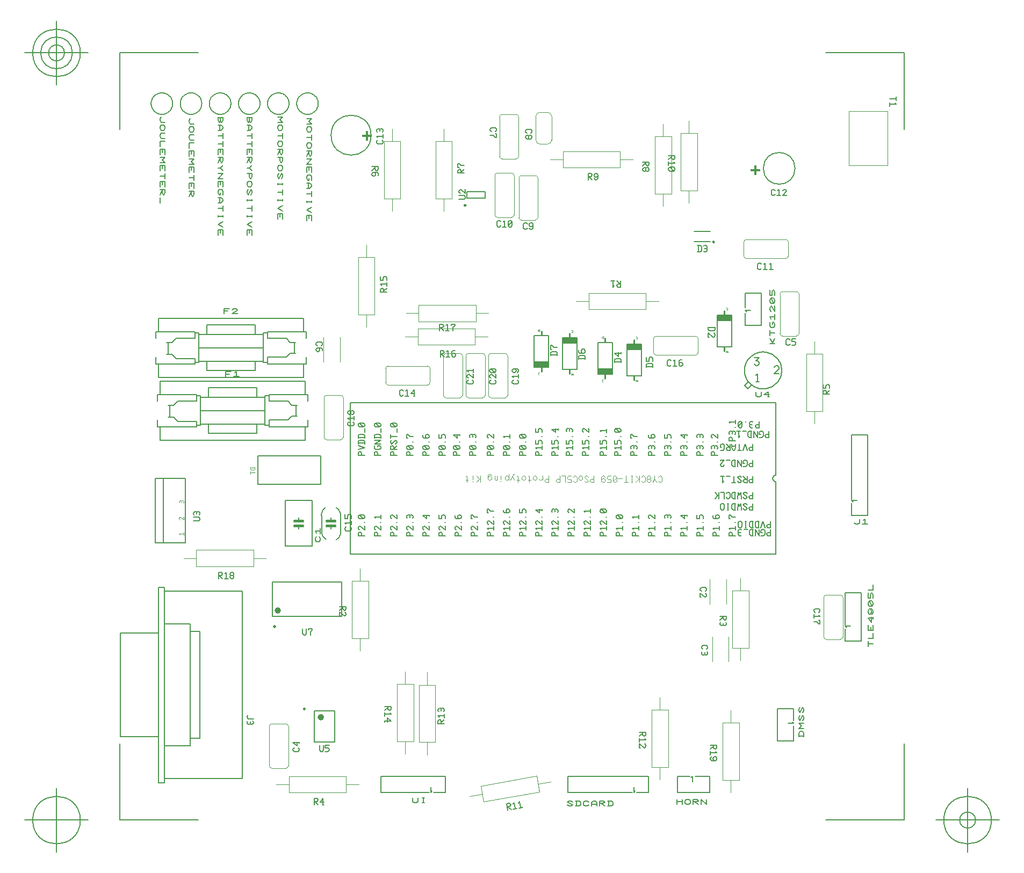
<source format=gbr>
G04 Generated by Ultiboard 13.0 *
%FSLAX34Y34*%
%MOMM*%

%ADD10C,0.0001*%
%ADD11C,0.1556*%
%ADD12C,0.2000*%
%ADD13C,0.0933*%
%ADD14C,0.2032*%
%ADD15C,0.1552*%
%ADD16C,0.1129*%
%ADD17C,0.1000*%
%ADD18C,0.1500*%
%ADD19C,0.2540*%
%ADD20C,0.0556*%
%ADD21C,0.2500*%
%ADD22C,0.0010*%
%ADD23C,0.0500*%
%ADD24C,0.5000*%
%ADD25C,0.1270*%
%ADD26C,0.50000*%
%ADD27C,1.00000*%


G04 ColorRGB FFFF00 for the following layer *
%LNSilkscreen Top*%
%LPD*%
G54D10*
G54D11*
X453640Y74004D02*
X451640Y72013D01*
X451640Y70022D01*
X453640Y68031D01*
X461640Y68031D01*
X460640Y64049D02*
X461640Y63053D01*
X461640Y61062D01*
X459640Y59071D01*
X457640Y59071D01*
X456640Y60067D01*
X455640Y59071D01*
X453640Y59071D01*
X451640Y61062D01*
X451640Y63053D01*
X452640Y64049D01*
X456640Y63053D02*
X456640Y60067D01*
X637080Y483596D02*
X627080Y483596D01*
X627080Y487578D01*
X629080Y489569D01*
X630080Y489569D01*
X632080Y487578D01*
X632080Y483596D01*
X627080Y492556D02*
X637080Y495542D01*
X627080Y498529D01*
X637080Y501516D02*
X637080Y505498D01*
X635080Y507489D01*
X629080Y507489D01*
X627080Y505498D01*
X627080Y501516D01*
X627080Y502511D02*
X637080Y502511D01*
X637080Y510476D02*
X637080Y514458D01*
X635080Y516449D01*
X629080Y516449D01*
X627080Y514458D01*
X627080Y510476D01*
X627080Y511471D02*
X637080Y511471D01*
X637080Y519436D02*
X637080Y525409D01*
X629080Y528396D02*
X627080Y530387D01*
X627080Y532378D01*
X629080Y534369D01*
X635080Y534369D01*
X637080Y532378D01*
X637080Y530387D01*
X635080Y528396D01*
X629080Y528396D01*
X629080Y534369D02*
X635080Y528396D01*
X662480Y483596D02*
X652480Y483596D01*
X652480Y487578D01*
X654480Y489569D01*
X655480Y489569D01*
X657480Y487578D01*
X657480Y483596D01*
X657480Y496538D02*
X657480Y498529D01*
X660480Y498529D01*
X662480Y496538D01*
X662480Y494547D01*
X660480Y492556D01*
X654480Y492556D01*
X652480Y494547D01*
X652480Y498529D01*
X662480Y501516D02*
X652480Y501516D01*
X662480Y507489D01*
X652480Y507489D01*
X662480Y510476D02*
X662480Y514458D01*
X660480Y516449D01*
X654480Y516449D01*
X652480Y514458D01*
X652480Y510476D01*
X652480Y511471D02*
X662480Y511471D01*
X662480Y519436D02*
X662480Y525409D01*
X654480Y528396D02*
X652480Y530387D01*
X652480Y532378D01*
X654480Y534369D01*
X660480Y534369D01*
X662480Y532378D01*
X662480Y530387D01*
X660480Y528396D01*
X654480Y528396D01*
X654480Y534369D02*
X660480Y528396D01*
X687880Y483596D02*
X677880Y483596D01*
X677880Y487578D01*
X679880Y489569D01*
X680880Y489569D01*
X682880Y487578D01*
X682880Y483596D01*
X687880Y492556D02*
X677880Y492556D01*
X677880Y496538D01*
X679880Y498529D01*
X680880Y498529D01*
X682880Y496538D01*
X682880Y492556D01*
X682880Y493551D02*
X687880Y498529D01*
X685880Y501516D02*
X687880Y503507D01*
X687880Y505498D01*
X685880Y507489D01*
X679880Y501516D01*
X677880Y503507D01*
X677880Y505498D01*
X679880Y507489D01*
X687880Y513462D02*
X677880Y513462D01*
X677880Y510476D02*
X677880Y516449D01*
X687880Y519436D02*
X687880Y525409D01*
X679880Y528396D02*
X677880Y530387D01*
X677880Y532378D01*
X679880Y534369D01*
X685880Y534369D01*
X687880Y532378D01*
X687880Y530387D01*
X685880Y528396D01*
X679880Y528396D01*
X679880Y534369D02*
X685880Y528396D01*
X713280Y483596D02*
X703280Y483596D01*
X703280Y487578D01*
X705280Y489569D01*
X706280Y489569D01*
X708280Y487578D01*
X708280Y483596D01*
X705280Y492556D02*
X703280Y494547D01*
X703280Y496538D01*
X705280Y498529D01*
X711280Y498529D01*
X713280Y496538D01*
X713280Y494547D01*
X711280Y492556D01*
X705280Y492556D01*
X705280Y498529D02*
X711280Y492556D01*
X713280Y504502D02*
X712280Y504502D01*
X713280Y513462D02*
X708280Y513462D01*
X705280Y516449D01*
X703280Y516449D01*
X703280Y510476D01*
X705280Y510476D01*
X738680Y483596D02*
X728680Y483596D01*
X728680Y487578D01*
X730680Y489569D01*
X731680Y489569D01*
X733680Y487578D01*
X733680Y483596D01*
X730680Y492556D02*
X728680Y494547D01*
X728680Y496538D01*
X730680Y498529D01*
X736680Y498529D01*
X738680Y496538D01*
X738680Y494547D01*
X736680Y492556D01*
X730680Y492556D01*
X730680Y498529D02*
X736680Y492556D01*
X738680Y504502D02*
X737680Y504502D01*
X728680Y515453D02*
X728680Y512467D01*
X730680Y510476D01*
X734680Y510476D01*
X736680Y510476D01*
X738680Y512467D01*
X738680Y514458D01*
X736680Y516449D01*
X734680Y516449D01*
X732680Y514458D01*
X732680Y512467D01*
X734680Y510476D01*
X764080Y483596D02*
X754080Y483596D01*
X754080Y487578D01*
X756080Y489569D01*
X757080Y489569D01*
X759080Y487578D01*
X759080Y483596D01*
X756080Y492556D02*
X754080Y494547D01*
X754080Y496538D01*
X756080Y498529D01*
X762080Y498529D01*
X764080Y496538D01*
X764080Y494547D01*
X762080Y492556D01*
X756080Y492556D01*
X756080Y498529D02*
X762080Y492556D01*
X764080Y504502D02*
X763080Y504502D01*
X754080Y516449D02*
X754080Y510476D01*
X758080Y510476D01*
X758080Y514458D01*
X760080Y516449D01*
X762080Y516449D01*
X764080Y514458D01*
X764080Y510476D01*
X786940Y483596D02*
X776940Y483596D01*
X776940Y487578D01*
X778940Y489569D01*
X779940Y489569D01*
X781940Y487578D01*
X781940Y483596D01*
X778940Y492556D02*
X776940Y494547D01*
X776940Y496538D01*
X778940Y498529D01*
X784940Y498529D01*
X786940Y496538D01*
X786940Y494547D01*
X784940Y492556D01*
X778940Y492556D01*
X778940Y498529D02*
X784940Y492556D01*
X786940Y504502D02*
X785940Y504502D01*
X782940Y516449D02*
X782940Y510476D01*
X776940Y515453D01*
X786940Y515453D01*
X786940Y514458D02*
X786940Y516449D01*
X812340Y483596D02*
X802340Y483596D01*
X802340Y487578D01*
X804340Y489569D01*
X805340Y489569D01*
X807340Y487578D01*
X807340Y483596D01*
X804340Y492556D02*
X802340Y494547D01*
X802340Y496538D01*
X804340Y498529D01*
X810340Y498529D01*
X812340Y496538D01*
X812340Y494547D01*
X810340Y492556D01*
X804340Y492556D01*
X804340Y498529D02*
X810340Y492556D01*
X812340Y504502D02*
X811340Y504502D01*
X803340Y511471D02*
X802340Y512467D01*
X802340Y514458D01*
X804340Y516449D01*
X806340Y516449D01*
X807340Y515453D01*
X808340Y516449D01*
X810340Y516449D01*
X812340Y514458D01*
X812340Y512467D01*
X811340Y511471D01*
X807340Y512467D02*
X807340Y515453D01*
X840280Y483596D02*
X830280Y483596D01*
X830280Y487578D01*
X832280Y489569D01*
X833280Y489569D01*
X835280Y487578D01*
X835280Y483596D01*
X832280Y492556D02*
X830280Y494547D01*
X830280Y496538D01*
X832280Y498529D01*
X838280Y498529D01*
X840280Y496538D01*
X840280Y494547D01*
X838280Y492556D01*
X832280Y492556D01*
X832280Y498529D02*
X838280Y492556D01*
X840280Y504502D02*
X839280Y504502D01*
X832280Y510476D02*
X830280Y512467D01*
X830280Y514458D01*
X832280Y516449D01*
X833280Y516449D01*
X840280Y510476D01*
X840280Y516449D01*
X839280Y516449D01*
X865680Y483596D02*
X855680Y483596D01*
X855680Y487578D01*
X857680Y489569D01*
X858680Y489569D01*
X860680Y487578D01*
X860680Y483596D01*
X857680Y492556D02*
X855680Y494547D01*
X855680Y496538D01*
X857680Y498529D01*
X863680Y498529D01*
X865680Y496538D01*
X865680Y494547D01*
X863680Y492556D01*
X857680Y492556D01*
X857680Y498529D02*
X863680Y492556D01*
X865680Y504502D02*
X864680Y504502D01*
X857680Y511471D02*
X855680Y513462D01*
X865680Y513462D01*
X865680Y510476D02*
X865680Y516449D01*
X891080Y483596D02*
X881080Y483596D01*
X881080Y487578D01*
X883080Y489569D01*
X884080Y489569D01*
X886080Y487578D01*
X886080Y483596D01*
X883080Y492556D02*
X881080Y494547D01*
X881080Y496538D01*
X883080Y498529D01*
X889080Y498529D01*
X891080Y496538D01*
X891080Y494547D01*
X889080Y492556D01*
X883080Y492556D01*
X883080Y498529D02*
X889080Y492556D01*
X891080Y504502D02*
X890080Y504502D01*
X883080Y510476D02*
X881080Y512467D01*
X881080Y514458D01*
X883080Y516449D01*
X889080Y516449D01*
X891080Y514458D01*
X891080Y512467D01*
X889080Y510476D01*
X883080Y510476D01*
X883080Y516449D02*
X889080Y510476D01*
X916480Y483596D02*
X906480Y483596D01*
X906480Y487578D01*
X908480Y489569D01*
X909480Y489569D01*
X911480Y487578D01*
X911480Y483596D01*
X908480Y493551D02*
X906480Y495542D01*
X916480Y495542D01*
X916480Y492556D02*
X916480Y498529D01*
X906480Y507489D02*
X906480Y501516D01*
X910480Y501516D01*
X910480Y505498D01*
X912480Y507489D01*
X914480Y507489D01*
X916480Y505498D01*
X916480Y501516D01*
X916480Y513462D02*
X915480Y513462D01*
X906480Y525409D02*
X906480Y519436D01*
X910480Y519436D01*
X910480Y523418D01*
X912480Y525409D01*
X914480Y525409D01*
X916480Y523418D01*
X916480Y519436D01*
X941880Y483596D02*
X931880Y483596D01*
X931880Y487578D01*
X933880Y489569D01*
X934880Y489569D01*
X936880Y487578D01*
X936880Y483596D01*
X933880Y493551D02*
X931880Y495542D01*
X941880Y495542D01*
X941880Y492556D02*
X941880Y498529D01*
X931880Y507489D02*
X931880Y501516D01*
X935880Y501516D01*
X935880Y505498D01*
X937880Y507489D01*
X939880Y507489D01*
X941880Y505498D01*
X941880Y501516D01*
X941880Y513462D02*
X940880Y513462D01*
X937880Y525409D02*
X937880Y519436D01*
X931880Y524413D01*
X941880Y524413D01*
X941880Y523418D02*
X941880Y525409D01*
X964740Y483596D02*
X954740Y483596D01*
X954740Y487578D01*
X956740Y489569D01*
X957740Y489569D01*
X959740Y487578D01*
X959740Y483596D01*
X956740Y493551D02*
X954740Y495542D01*
X964740Y495542D01*
X964740Y492556D02*
X964740Y498529D01*
X954740Y507489D02*
X954740Y501516D01*
X958740Y501516D01*
X958740Y505498D01*
X960740Y507489D01*
X962740Y507489D01*
X964740Y505498D01*
X964740Y501516D01*
X964740Y513462D02*
X963740Y513462D01*
X955740Y520431D02*
X954740Y521427D01*
X954740Y523418D01*
X956740Y525409D01*
X958740Y525409D01*
X959740Y524413D01*
X960740Y525409D01*
X962740Y525409D01*
X964740Y523418D01*
X964740Y521427D01*
X963740Y520431D01*
X959740Y521427D02*
X959740Y524413D01*
X990140Y483596D02*
X980140Y483596D01*
X980140Y487578D01*
X982140Y489569D01*
X983140Y489569D01*
X985140Y487578D01*
X985140Y483596D01*
X982140Y493551D02*
X980140Y495542D01*
X990140Y495542D01*
X990140Y492556D02*
X990140Y498529D01*
X980140Y507489D02*
X980140Y501516D01*
X984140Y501516D01*
X984140Y505498D01*
X986140Y507489D01*
X988140Y507489D01*
X990140Y505498D01*
X990140Y501516D01*
X990140Y513462D02*
X989140Y513462D01*
X982140Y519436D02*
X980140Y521427D01*
X980140Y523418D01*
X982140Y525409D01*
X983140Y525409D01*
X990140Y519436D01*
X990140Y525409D01*
X989140Y525409D01*
X1017920Y483436D02*
X1007920Y483436D01*
X1007920Y487418D01*
X1009920Y489409D01*
X1010920Y489409D01*
X1012920Y487418D01*
X1012920Y483436D01*
X1009920Y493391D02*
X1007920Y495382D01*
X1017920Y495382D01*
X1017920Y492396D02*
X1017920Y498369D01*
X1007920Y507329D02*
X1007920Y501356D01*
X1011920Y501356D01*
X1011920Y505338D01*
X1013920Y507329D01*
X1015920Y507329D01*
X1017920Y505338D01*
X1017920Y501356D01*
X1017920Y513302D02*
X1016920Y513302D01*
X1009920Y520271D02*
X1007920Y522262D01*
X1017920Y522262D01*
X1017920Y519276D02*
X1017920Y525249D01*
X1040940Y483596D02*
X1030940Y483596D01*
X1030940Y487578D01*
X1032940Y489569D01*
X1033940Y489569D01*
X1035940Y487578D01*
X1035940Y483596D01*
X1032940Y493551D02*
X1030940Y495542D01*
X1040940Y495542D01*
X1040940Y492556D02*
X1040940Y498529D01*
X1030940Y507489D02*
X1030940Y501516D01*
X1034940Y501516D01*
X1034940Y505498D01*
X1036940Y507489D01*
X1038940Y507489D01*
X1040940Y505498D01*
X1040940Y501516D01*
X1040940Y513462D02*
X1039940Y513462D01*
X1032940Y519436D02*
X1030940Y521427D01*
X1030940Y523418D01*
X1032940Y525409D01*
X1038940Y525409D01*
X1040940Y523418D01*
X1040940Y521427D01*
X1038940Y519436D01*
X1032940Y519436D01*
X1032940Y525409D02*
X1038940Y519436D01*
X1066340Y483596D02*
X1056340Y483596D01*
X1056340Y487578D01*
X1058340Y489569D01*
X1059340Y489569D01*
X1061340Y487578D01*
X1061340Y483596D01*
X1057340Y493551D02*
X1056340Y494547D01*
X1056340Y496538D01*
X1058340Y498529D01*
X1060340Y498529D01*
X1061340Y497533D01*
X1062340Y498529D01*
X1064340Y498529D01*
X1066340Y496538D01*
X1066340Y494547D01*
X1065340Y493551D01*
X1061340Y494547D02*
X1061340Y497533D01*
X1066340Y504502D02*
X1065340Y504502D01*
X1066340Y513462D02*
X1061340Y513462D01*
X1058340Y516449D01*
X1056340Y516449D01*
X1056340Y510476D01*
X1058340Y510476D01*
X1094280Y483596D02*
X1084280Y483596D01*
X1084280Y487578D01*
X1086280Y489569D01*
X1087280Y489569D01*
X1089280Y487578D01*
X1089280Y483596D01*
X1085280Y493551D02*
X1084280Y494547D01*
X1084280Y496538D01*
X1086280Y498529D01*
X1088280Y498529D01*
X1089280Y497533D01*
X1090280Y498529D01*
X1092280Y498529D01*
X1094280Y496538D01*
X1094280Y494547D01*
X1093280Y493551D01*
X1089280Y494547D02*
X1089280Y497533D01*
X1094280Y504502D02*
X1093280Y504502D01*
X1084280Y515453D02*
X1084280Y512467D01*
X1086280Y510476D01*
X1090280Y510476D01*
X1092280Y510476D01*
X1094280Y512467D01*
X1094280Y514458D01*
X1092280Y516449D01*
X1090280Y516449D01*
X1088280Y514458D01*
X1088280Y512467D01*
X1090280Y510476D01*
X1119680Y483596D02*
X1109680Y483596D01*
X1109680Y487578D01*
X1111680Y489569D01*
X1112680Y489569D01*
X1114680Y487578D01*
X1114680Y483596D01*
X1110680Y493551D02*
X1109680Y494547D01*
X1109680Y496538D01*
X1111680Y498529D01*
X1113680Y498529D01*
X1114680Y497533D01*
X1115680Y498529D01*
X1117680Y498529D01*
X1119680Y496538D01*
X1119680Y494547D01*
X1118680Y493551D01*
X1114680Y494547D02*
X1114680Y497533D01*
X1119680Y504502D02*
X1118680Y504502D01*
X1109680Y516449D02*
X1109680Y510476D01*
X1113680Y510476D01*
X1113680Y514458D01*
X1115680Y516449D01*
X1117680Y516449D01*
X1119680Y514458D01*
X1119680Y510476D01*
X1145080Y483596D02*
X1135080Y483596D01*
X1135080Y487578D01*
X1137080Y489569D01*
X1138080Y489569D01*
X1140080Y487578D01*
X1140080Y483596D01*
X1136080Y493551D02*
X1135080Y494547D01*
X1135080Y496538D01*
X1137080Y498529D01*
X1139080Y498529D01*
X1140080Y497533D01*
X1141080Y498529D01*
X1143080Y498529D01*
X1145080Y496538D01*
X1145080Y494547D01*
X1144080Y493551D01*
X1140080Y494547D02*
X1140080Y497533D01*
X1145080Y504502D02*
X1144080Y504502D01*
X1141080Y516449D02*
X1141080Y510476D01*
X1135080Y515453D01*
X1145080Y515453D01*
X1145080Y514458D02*
X1145080Y516449D01*
X1170480Y483596D02*
X1160480Y483596D01*
X1160480Y487578D01*
X1162480Y489569D01*
X1163480Y489569D01*
X1165480Y487578D01*
X1165480Y483596D01*
X1161480Y493551D02*
X1160480Y494547D01*
X1160480Y496538D01*
X1162480Y498529D01*
X1164480Y498529D01*
X1165480Y497533D01*
X1166480Y498529D01*
X1168480Y498529D01*
X1170480Y496538D01*
X1170480Y494547D01*
X1169480Y493551D01*
X1165480Y494547D02*
X1165480Y497533D01*
X1170480Y504502D02*
X1169480Y504502D01*
X1161480Y511471D02*
X1160480Y512467D01*
X1160480Y514458D01*
X1162480Y516449D01*
X1164480Y516449D01*
X1165480Y515453D01*
X1166480Y516449D01*
X1168480Y516449D01*
X1170480Y514458D01*
X1170480Y512467D01*
X1169480Y511471D01*
X1165480Y512467D02*
X1165480Y515453D01*
X1193340Y483596D02*
X1183340Y483596D01*
X1183340Y487578D01*
X1185340Y489569D01*
X1186340Y489569D01*
X1188340Y487578D01*
X1188340Y483596D01*
X1184340Y493551D02*
X1183340Y494547D01*
X1183340Y496538D01*
X1185340Y498529D01*
X1187340Y498529D01*
X1188340Y497533D01*
X1189340Y498529D01*
X1191340Y498529D01*
X1193340Y496538D01*
X1193340Y494547D01*
X1192340Y493551D01*
X1188340Y494547D02*
X1188340Y497533D01*
X1193340Y504502D02*
X1192340Y504502D01*
X1185340Y510476D02*
X1183340Y512467D01*
X1183340Y514458D01*
X1185340Y516449D01*
X1186340Y516449D01*
X1193340Y510476D01*
X1193340Y516449D01*
X1192340Y516449D01*
X1258844Y536780D02*
X1258844Y526780D01*
X1254862Y526780D01*
X1252871Y528780D01*
X1252871Y529780D01*
X1254862Y531780D01*
X1258844Y531780D01*
X1248889Y527780D02*
X1247893Y526780D01*
X1245902Y526780D01*
X1243911Y528780D01*
X1243911Y530780D01*
X1244907Y531780D01*
X1243911Y532780D01*
X1243911Y534780D01*
X1245902Y536780D01*
X1247893Y536780D01*
X1248889Y535780D01*
X1247893Y531780D02*
X1244907Y531780D01*
X1237938Y536780D02*
X1237938Y535780D01*
X1231964Y528780D02*
X1229973Y526780D01*
X1227982Y526780D01*
X1225991Y528780D01*
X1225991Y534780D01*
X1227982Y536780D01*
X1229973Y536780D01*
X1231964Y534780D01*
X1231964Y528780D01*
X1225991Y528780D02*
X1231964Y534780D01*
X1248684Y501220D02*
X1248684Y491220D01*
X1244702Y491220D01*
X1242711Y493220D01*
X1242711Y494220D01*
X1244702Y496220D01*
X1248684Y496220D01*
X1239724Y491220D02*
X1236738Y501220D01*
X1233751Y491220D01*
X1227778Y501220D02*
X1227778Y491220D01*
X1230764Y491220D02*
X1224791Y491220D01*
X1221804Y501220D02*
X1221804Y495220D01*
X1219813Y491220D01*
X1217822Y491220D01*
X1215831Y495220D01*
X1215831Y501220D01*
X1221804Y498220D02*
X1215831Y498220D01*
X1212844Y501220D02*
X1212844Y491220D01*
X1208862Y491220D01*
X1206871Y493220D01*
X1206871Y494220D01*
X1208862Y496220D01*
X1212844Y496220D01*
X1211849Y496220D02*
X1206871Y501220D01*
X1199902Y496220D02*
X1197911Y496220D01*
X1197911Y499220D01*
X1199902Y501220D01*
X1201893Y501220D01*
X1203884Y499220D01*
X1203884Y493220D01*
X1201893Y491220D01*
X1197911Y491220D01*
X1248684Y475820D02*
X1248684Y465820D01*
X1244702Y465820D01*
X1242711Y467820D01*
X1242711Y468820D01*
X1244702Y470820D01*
X1248684Y470820D01*
X1235742Y470820D02*
X1233751Y470820D01*
X1233751Y473820D01*
X1235742Y475820D01*
X1237733Y475820D01*
X1239724Y473820D01*
X1239724Y467820D01*
X1237733Y465820D01*
X1233751Y465820D01*
X1230764Y475820D02*
X1230764Y465820D01*
X1224791Y475820D01*
X1224791Y465820D01*
X1221804Y475820D02*
X1217822Y475820D01*
X1215831Y473820D01*
X1215831Y467820D01*
X1217822Y465820D01*
X1221804Y465820D01*
X1220809Y465820D02*
X1220809Y475820D01*
X1212844Y475820D02*
X1206871Y475820D01*
X1203884Y467820D02*
X1201893Y465820D01*
X1199902Y465820D01*
X1197911Y467820D01*
X1197911Y468820D01*
X1203884Y475820D01*
X1197911Y475820D01*
X1197911Y474820D01*
X1248684Y450420D02*
X1248684Y440420D01*
X1244702Y440420D01*
X1242711Y442420D01*
X1242711Y443420D01*
X1244702Y445420D01*
X1248684Y445420D01*
X1239724Y450420D02*
X1239724Y440420D01*
X1235742Y440420D01*
X1233751Y442420D01*
X1233751Y443420D01*
X1235742Y445420D01*
X1239724Y445420D01*
X1238729Y445420D02*
X1233751Y450420D01*
X1230764Y448420D02*
X1228773Y450420D01*
X1226782Y450420D01*
X1224791Y448420D01*
X1230764Y442420D01*
X1228773Y440420D01*
X1226782Y440420D01*
X1224791Y442420D01*
X1218818Y450420D02*
X1218818Y440420D01*
X1221804Y440420D02*
X1215831Y440420D01*
X1212844Y450420D02*
X1206871Y450420D01*
X1202889Y442420D02*
X1200898Y440420D01*
X1200898Y450420D01*
X1203884Y450420D02*
X1197911Y450420D01*
X1248684Y425020D02*
X1248684Y415020D01*
X1244702Y415020D01*
X1242711Y417020D01*
X1242711Y418020D01*
X1244702Y420020D01*
X1248684Y420020D01*
X1239724Y423020D02*
X1237733Y425020D01*
X1235742Y425020D01*
X1233751Y423020D01*
X1239724Y417020D01*
X1237733Y415020D01*
X1235742Y415020D01*
X1233751Y417020D01*
X1230764Y415020D02*
X1229769Y425020D01*
X1227778Y421020D01*
X1225787Y425020D01*
X1224791Y415020D01*
X1221804Y425020D02*
X1217822Y425020D01*
X1215831Y423020D01*
X1215831Y417020D01*
X1217822Y415020D01*
X1221804Y415020D01*
X1220809Y415020D02*
X1220809Y425020D01*
X1206871Y423020D02*
X1208862Y425020D01*
X1210853Y425020D01*
X1212844Y423020D01*
X1212844Y417020D01*
X1210853Y415020D01*
X1208862Y415020D01*
X1206871Y417020D01*
X1203884Y415020D02*
X1203884Y425020D01*
X1197911Y425020D01*
X1194924Y425020D02*
X1194924Y415020D01*
X1194924Y420020D02*
X1193929Y420020D01*
X1188951Y415020D01*
X1193929Y420020D02*
X1188951Y425020D01*
X637080Y356596D02*
X627080Y356596D01*
X627080Y360578D01*
X629080Y362569D01*
X630080Y362569D01*
X632080Y360578D01*
X632080Y356596D01*
X629080Y365556D02*
X627080Y367547D01*
X627080Y369538D01*
X629080Y371529D01*
X630080Y371529D01*
X637080Y365556D01*
X637080Y371529D01*
X636080Y371529D01*
X637080Y377502D02*
X636080Y377502D01*
X629080Y383476D02*
X627080Y385467D01*
X627080Y387458D01*
X629080Y389449D01*
X635080Y389449D01*
X637080Y387458D01*
X637080Y385467D01*
X635080Y383476D01*
X629080Y383476D01*
X629080Y389449D02*
X635080Y383476D01*
X662480Y356596D02*
X652480Y356596D01*
X652480Y360578D01*
X654480Y362569D01*
X655480Y362569D01*
X657480Y360578D01*
X657480Y356596D01*
X654480Y365556D02*
X652480Y367547D01*
X652480Y369538D01*
X654480Y371529D01*
X655480Y371529D01*
X662480Y365556D01*
X662480Y371529D01*
X661480Y371529D01*
X662480Y377502D02*
X661480Y377502D01*
X654480Y384471D02*
X652480Y386462D01*
X662480Y386462D01*
X662480Y383476D02*
X662480Y389449D01*
X687880Y356596D02*
X677880Y356596D01*
X677880Y360578D01*
X679880Y362569D01*
X680880Y362569D01*
X682880Y360578D01*
X682880Y356596D01*
X679880Y365556D02*
X677880Y367547D01*
X677880Y369538D01*
X679880Y371529D01*
X680880Y371529D01*
X687880Y365556D01*
X687880Y371529D01*
X686880Y371529D01*
X687880Y377502D02*
X686880Y377502D01*
X679880Y383476D02*
X677880Y385467D01*
X677880Y387458D01*
X679880Y389449D01*
X680880Y389449D01*
X687880Y383476D01*
X687880Y389449D01*
X686880Y389449D01*
X713280Y356596D02*
X703280Y356596D01*
X703280Y360578D01*
X705280Y362569D01*
X706280Y362569D01*
X708280Y360578D01*
X708280Y356596D01*
X705280Y365556D02*
X703280Y367547D01*
X703280Y369538D01*
X705280Y371529D01*
X706280Y371529D01*
X713280Y365556D01*
X713280Y371529D01*
X712280Y371529D01*
X713280Y377502D02*
X712280Y377502D01*
X704280Y384471D02*
X703280Y385467D01*
X703280Y387458D01*
X705280Y389449D01*
X707280Y389449D01*
X708280Y388453D01*
X709280Y389449D01*
X711280Y389449D01*
X713280Y387458D01*
X713280Y385467D01*
X712280Y384471D01*
X708280Y385467D02*
X708280Y388453D01*
X738680Y356596D02*
X728680Y356596D01*
X728680Y360578D01*
X730680Y362569D01*
X731680Y362569D01*
X733680Y360578D01*
X733680Y356596D01*
X730680Y365556D02*
X728680Y367547D01*
X728680Y369538D01*
X730680Y371529D01*
X731680Y371529D01*
X738680Y365556D01*
X738680Y371529D01*
X737680Y371529D01*
X738680Y377502D02*
X737680Y377502D01*
X734680Y389449D02*
X734680Y383476D01*
X728680Y388453D01*
X738680Y388453D01*
X738680Y387458D02*
X738680Y389449D01*
X764080Y356596D02*
X754080Y356596D01*
X754080Y360578D01*
X756080Y362569D01*
X757080Y362569D01*
X759080Y360578D01*
X759080Y356596D01*
X756080Y365556D02*
X754080Y367547D01*
X754080Y369538D01*
X756080Y371529D01*
X757080Y371529D01*
X764080Y365556D01*
X764080Y371529D01*
X763080Y371529D01*
X764080Y377502D02*
X763080Y377502D01*
X754080Y389449D02*
X754080Y383476D01*
X758080Y383476D01*
X758080Y387458D01*
X760080Y389449D01*
X762080Y389449D01*
X764080Y387458D01*
X764080Y383476D01*
X789480Y356596D02*
X779480Y356596D01*
X779480Y360578D01*
X781480Y362569D01*
X782480Y362569D01*
X784480Y360578D01*
X784480Y356596D01*
X781480Y365556D02*
X779480Y367547D01*
X779480Y369538D01*
X781480Y371529D01*
X782480Y371529D01*
X789480Y365556D01*
X789480Y371529D01*
X788480Y371529D01*
X789480Y377502D02*
X788480Y377502D01*
X779480Y388453D02*
X779480Y385467D01*
X781480Y383476D01*
X785480Y383476D01*
X787480Y383476D01*
X789480Y385467D01*
X789480Y387458D01*
X787480Y389449D01*
X785480Y389449D01*
X783480Y387458D01*
X783480Y385467D01*
X785480Y383476D01*
X814880Y356596D02*
X804880Y356596D01*
X804880Y360578D01*
X806880Y362569D01*
X807880Y362569D01*
X809880Y360578D01*
X809880Y356596D01*
X806880Y365556D02*
X804880Y367547D01*
X804880Y369538D01*
X806880Y371529D01*
X807880Y371529D01*
X814880Y365556D01*
X814880Y371529D01*
X813880Y371529D01*
X814880Y377502D02*
X813880Y377502D01*
X814880Y386462D02*
X809880Y386462D01*
X806880Y389449D01*
X804880Y389449D01*
X804880Y383476D01*
X806880Y383476D01*
X840280Y356596D02*
X830280Y356596D01*
X830280Y360578D01*
X832280Y362569D01*
X833280Y362569D01*
X835280Y360578D01*
X835280Y356596D01*
X832280Y366551D02*
X830280Y368542D01*
X840280Y368542D01*
X840280Y365556D02*
X840280Y371529D01*
X832280Y374516D02*
X830280Y376507D01*
X830280Y378498D01*
X832280Y380489D01*
X833280Y380489D01*
X840280Y374516D01*
X840280Y380489D01*
X839280Y380489D01*
X840280Y386462D02*
X839280Y386462D01*
X840280Y395422D02*
X835280Y395422D01*
X832280Y398409D01*
X830280Y398409D01*
X830280Y392436D01*
X832280Y392436D01*
X865680Y356596D02*
X855680Y356596D01*
X855680Y360578D01*
X857680Y362569D01*
X858680Y362569D01*
X860680Y360578D01*
X860680Y356596D01*
X857680Y366551D02*
X855680Y368542D01*
X865680Y368542D01*
X865680Y365556D02*
X865680Y371529D01*
X857680Y374516D02*
X855680Y376507D01*
X855680Y378498D01*
X857680Y380489D01*
X858680Y380489D01*
X865680Y374516D01*
X865680Y380489D01*
X864680Y380489D01*
X865680Y386462D02*
X864680Y386462D01*
X855680Y397413D02*
X855680Y394427D01*
X857680Y392436D01*
X861680Y392436D01*
X863680Y392436D01*
X865680Y394427D01*
X865680Y396418D01*
X863680Y398409D01*
X861680Y398409D01*
X859680Y396418D01*
X859680Y394427D01*
X861680Y392436D01*
X891080Y356596D02*
X881080Y356596D01*
X881080Y360578D01*
X883080Y362569D01*
X884080Y362569D01*
X886080Y360578D01*
X886080Y356596D01*
X883080Y366551D02*
X881080Y368542D01*
X891080Y368542D01*
X891080Y365556D02*
X891080Y371529D01*
X883080Y374516D02*
X881080Y376507D01*
X881080Y378498D01*
X883080Y380489D01*
X884080Y380489D01*
X891080Y374516D01*
X891080Y380489D01*
X890080Y380489D01*
X891080Y386462D02*
X890080Y386462D01*
X881080Y398409D02*
X881080Y392436D01*
X885080Y392436D01*
X885080Y396418D01*
X887080Y398409D01*
X889080Y398409D01*
X891080Y396418D01*
X891080Y392436D01*
X916480Y356596D02*
X906480Y356596D01*
X906480Y360578D01*
X908480Y362569D01*
X909480Y362569D01*
X911480Y360578D01*
X911480Y356596D01*
X908480Y366551D02*
X906480Y368542D01*
X916480Y368542D01*
X916480Y365556D02*
X916480Y371529D01*
X908480Y374516D02*
X906480Y376507D01*
X906480Y378498D01*
X908480Y380489D01*
X909480Y380489D01*
X916480Y374516D01*
X916480Y380489D01*
X915480Y380489D01*
X916480Y386462D02*
X915480Y386462D01*
X912480Y398409D02*
X912480Y392436D01*
X906480Y397413D01*
X916480Y397413D01*
X916480Y396418D02*
X916480Y398409D01*
X941880Y356596D02*
X931880Y356596D01*
X931880Y360578D01*
X933880Y362569D01*
X934880Y362569D01*
X936880Y360578D01*
X936880Y356596D01*
X933880Y366551D02*
X931880Y368542D01*
X941880Y368542D01*
X941880Y365556D02*
X941880Y371529D01*
X933880Y374516D02*
X931880Y376507D01*
X931880Y378498D01*
X933880Y380489D01*
X934880Y380489D01*
X941880Y374516D01*
X941880Y380489D01*
X940880Y380489D01*
X941880Y386462D02*
X940880Y386462D01*
X932880Y393431D02*
X931880Y394427D01*
X931880Y396418D01*
X933880Y398409D01*
X935880Y398409D01*
X936880Y397413D01*
X937880Y398409D01*
X939880Y398409D01*
X941880Y396418D01*
X941880Y394427D01*
X940880Y393431D01*
X936880Y394427D02*
X936880Y397413D01*
X967280Y356596D02*
X957280Y356596D01*
X957280Y360578D01*
X959280Y362569D01*
X960280Y362569D01*
X962280Y360578D01*
X962280Y356596D01*
X959280Y366551D02*
X957280Y368542D01*
X967280Y368542D01*
X967280Y365556D02*
X967280Y371529D01*
X959280Y374516D02*
X957280Y376507D01*
X957280Y378498D01*
X959280Y380489D01*
X960280Y380489D01*
X967280Y374516D01*
X967280Y380489D01*
X966280Y380489D01*
X967280Y386462D02*
X966280Y386462D01*
X959280Y392436D02*
X957280Y394427D01*
X957280Y396418D01*
X959280Y398409D01*
X960280Y398409D01*
X967280Y392436D01*
X967280Y398409D01*
X966280Y398409D01*
X992680Y356596D02*
X982680Y356596D01*
X982680Y360578D01*
X984680Y362569D01*
X985680Y362569D01*
X987680Y360578D01*
X987680Y356596D01*
X984680Y366551D02*
X982680Y368542D01*
X992680Y368542D01*
X992680Y365556D02*
X992680Y371529D01*
X984680Y374516D02*
X982680Y376507D01*
X982680Y378498D01*
X984680Y380489D01*
X985680Y380489D01*
X992680Y374516D01*
X992680Y380489D01*
X991680Y380489D01*
X992680Y386462D02*
X991680Y386462D01*
X984680Y393431D02*
X982680Y395422D01*
X992680Y395422D01*
X992680Y392436D02*
X992680Y398409D01*
X1018080Y356596D02*
X1008080Y356596D01*
X1008080Y360578D01*
X1010080Y362569D01*
X1011080Y362569D01*
X1013080Y360578D01*
X1013080Y356596D01*
X1010080Y366551D02*
X1008080Y368542D01*
X1018080Y368542D01*
X1018080Y365556D02*
X1018080Y371529D01*
X1010080Y374516D02*
X1008080Y376507D01*
X1008080Y378498D01*
X1010080Y380489D01*
X1011080Y380489D01*
X1018080Y374516D01*
X1018080Y380489D01*
X1017080Y380489D01*
X1018080Y386462D02*
X1017080Y386462D01*
X1010080Y392436D02*
X1008080Y394427D01*
X1008080Y396418D01*
X1010080Y398409D01*
X1016080Y398409D01*
X1018080Y396418D01*
X1018080Y394427D01*
X1016080Y392436D01*
X1010080Y392436D01*
X1010080Y398409D02*
X1016080Y392436D01*
X1043480Y356596D02*
X1033480Y356596D01*
X1033480Y360578D01*
X1035480Y362569D01*
X1036480Y362569D01*
X1038480Y360578D01*
X1038480Y356596D01*
X1035480Y366551D02*
X1033480Y368542D01*
X1043480Y368542D01*
X1043480Y365556D02*
X1043480Y371529D01*
X1043480Y377502D02*
X1042480Y377502D01*
X1035480Y383476D02*
X1033480Y385467D01*
X1033480Y387458D01*
X1035480Y389449D01*
X1041480Y389449D01*
X1043480Y387458D01*
X1043480Y385467D01*
X1041480Y383476D01*
X1035480Y383476D01*
X1035480Y389449D02*
X1041480Y383476D01*
X1068880Y356596D02*
X1058880Y356596D01*
X1058880Y360578D01*
X1060880Y362569D01*
X1061880Y362569D01*
X1063880Y360578D01*
X1063880Y356596D01*
X1060880Y366551D02*
X1058880Y368542D01*
X1068880Y368542D01*
X1068880Y365556D02*
X1068880Y371529D01*
X1068880Y377502D02*
X1067880Y377502D01*
X1060880Y384471D02*
X1058880Y386462D01*
X1068880Y386462D01*
X1068880Y383476D02*
X1068880Y389449D01*
X1094280Y356596D02*
X1084280Y356596D01*
X1084280Y360578D01*
X1086280Y362569D01*
X1087280Y362569D01*
X1089280Y360578D01*
X1089280Y356596D01*
X1086280Y366551D02*
X1084280Y368542D01*
X1094280Y368542D01*
X1094280Y365556D02*
X1094280Y371529D01*
X1094280Y377502D02*
X1093280Y377502D01*
X1086280Y383476D02*
X1084280Y385467D01*
X1084280Y387458D01*
X1086280Y389449D01*
X1087280Y389449D01*
X1094280Y383476D01*
X1094280Y389449D01*
X1093280Y389449D01*
X1119680Y356596D02*
X1109680Y356596D01*
X1109680Y360578D01*
X1111680Y362569D01*
X1112680Y362569D01*
X1114680Y360578D01*
X1114680Y356596D01*
X1111680Y366551D02*
X1109680Y368542D01*
X1119680Y368542D01*
X1119680Y365556D02*
X1119680Y371529D01*
X1119680Y377502D02*
X1118680Y377502D01*
X1110680Y384471D02*
X1109680Y385467D01*
X1109680Y387458D01*
X1111680Y389449D01*
X1113680Y389449D01*
X1114680Y388453D01*
X1115680Y389449D01*
X1117680Y389449D01*
X1119680Y387458D01*
X1119680Y385467D01*
X1118680Y384471D01*
X1114680Y385467D02*
X1114680Y388453D01*
X1145080Y356596D02*
X1135080Y356596D01*
X1135080Y360578D01*
X1137080Y362569D01*
X1138080Y362569D01*
X1140080Y360578D01*
X1140080Y356596D01*
X1137080Y366551D02*
X1135080Y368542D01*
X1145080Y368542D01*
X1145080Y365556D02*
X1145080Y371529D01*
X1145080Y377502D02*
X1144080Y377502D01*
X1141080Y389449D02*
X1141080Y383476D01*
X1135080Y388453D01*
X1145080Y388453D01*
X1145080Y387458D02*
X1145080Y389449D01*
X1170480Y356596D02*
X1160480Y356596D01*
X1160480Y360578D01*
X1162480Y362569D01*
X1163480Y362569D01*
X1165480Y360578D01*
X1165480Y356596D01*
X1162480Y366551D02*
X1160480Y368542D01*
X1170480Y368542D01*
X1170480Y365556D02*
X1170480Y371529D01*
X1170480Y377502D02*
X1169480Y377502D01*
X1160480Y389449D02*
X1160480Y383476D01*
X1164480Y383476D01*
X1164480Y387458D01*
X1166480Y389449D01*
X1168480Y389449D01*
X1170480Y387458D01*
X1170480Y383476D01*
X1195880Y356596D02*
X1185880Y356596D01*
X1185880Y360578D01*
X1187880Y362569D01*
X1188880Y362569D01*
X1190880Y360578D01*
X1190880Y356596D01*
X1187880Y366551D02*
X1185880Y368542D01*
X1195880Y368542D01*
X1195880Y365556D02*
X1195880Y371529D01*
X1195880Y377502D02*
X1194880Y377502D01*
X1185880Y388453D02*
X1185880Y385467D01*
X1187880Y383476D01*
X1191880Y383476D01*
X1193880Y383476D01*
X1195880Y385467D01*
X1195880Y387458D01*
X1193880Y389449D01*
X1191880Y389449D01*
X1189880Y387458D01*
X1189880Y385467D01*
X1191880Y383476D01*
X1248684Y407240D02*
X1248684Y397240D01*
X1244702Y397240D01*
X1242711Y399240D01*
X1242711Y400240D01*
X1244702Y402240D01*
X1248684Y402240D01*
X1239724Y405240D02*
X1237733Y407240D01*
X1235742Y407240D01*
X1233751Y405240D01*
X1239724Y399240D01*
X1237733Y397240D01*
X1235742Y397240D01*
X1233751Y399240D01*
X1230764Y397240D02*
X1229769Y407240D01*
X1227778Y403240D01*
X1225787Y407240D01*
X1224791Y397240D01*
X1221804Y407240D02*
X1217822Y407240D01*
X1215831Y405240D01*
X1215831Y399240D01*
X1217822Y397240D01*
X1221804Y397240D01*
X1220809Y397240D02*
X1220809Y407240D01*
X1210853Y407240D02*
X1208862Y407240D01*
X1210853Y397240D02*
X1208862Y397240D01*
X1209858Y407240D02*
X1209858Y397240D01*
X1203884Y405240D02*
X1201893Y407240D01*
X1199902Y407240D01*
X1197911Y405240D01*
X1197911Y399240D01*
X1199902Y397240D01*
X1201893Y397240D01*
X1203884Y399240D01*
X1203884Y405240D01*
X1221280Y356596D02*
X1211280Y356596D01*
X1211280Y360578D01*
X1213280Y362569D01*
X1214280Y362569D01*
X1216280Y360578D01*
X1216280Y356596D01*
X1213280Y366551D02*
X1211280Y368542D01*
X1221280Y368542D01*
X1221280Y365556D02*
X1221280Y371529D01*
X1221280Y377502D02*
X1220280Y377502D01*
X1221280Y386462D02*
X1216280Y386462D01*
X1213280Y389449D01*
X1211280Y389449D01*
X1211280Y383476D01*
X1213280Y383476D01*
X1276624Y366600D02*
X1276624Y356600D01*
X1272642Y356600D01*
X1270651Y358600D01*
X1270651Y359600D01*
X1272642Y361600D01*
X1276624Y361600D01*
X1263682Y361600D02*
X1261691Y361600D01*
X1261691Y364600D01*
X1263682Y366600D01*
X1265673Y366600D01*
X1267664Y364600D01*
X1267664Y358600D01*
X1265673Y356600D01*
X1261691Y356600D01*
X1258704Y366600D02*
X1258704Y356600D01*
X1252731Y366600D01*
X1252731Y356600D01*
X1249744Y366600D02*
X1245762Y366600D01*
X1243771Y364600D01*
X1243771Y358600D01*
X1245762Y356600D01*
X1249744Y356600D01*
X1248749Y356600D02*
X1248749Y366600D01*
X1240784Y366600D02*
X1234811Y366600D01*
X1230829Y357600D02*
X1229833Y356600D01*
X1227842Y356600D01*
X1225851Y358600D01*
X1225851Y360600D01*
X1226847Y361600D01*
X1225851Y362600D01*
X1225851Y364600D01*
X1227842Y366600D01*
X1229833Y366600D01*
X1230829Y365600D01*
X1229833Y361600D02*
X1226847Y361600D01*
X1276624Y379300D02*
X1276624Y369300D01*
X1272642Y369300D01*
X1270651Y371300D01*
X1270651Y372300D01*
X1272642Y374300D01*
X1276624Y374300D01*
X1267664Y369300D02*
X1264678Y379300D01*
X1261691Y369300D01*
X1258704Y379300D02*
X1254722Y379300D01*
X1252731Y377300D01*
X1252731Y371300D01*
X1254722Y369300D01*
X1258704Y369300D01*
X1257709Y369300D02*
X1257709Y379300D01*
X1249744Y379300D02*
X1245762Y379300D01*
X1243771Y377300D01*
X1243771Y371300D01*
X1245762Y369300D01*
X1249744Y369300D01*
X1248749Y369300D02*
X1248749Y379300D01*
X1238793Y379300D02*
X1236802Y379300D01*
X1238793Y369300D02*
X1236802Y369300D01*
X1237798Y379300D02*
X1237798Y369300D01*
X1231824Y377300D02*
X1229833Y379300D01*
X1227842Y379300D01*
X1225851Y377300D01*
X1225851Y371300D01*
X1227842Y369300D01*
X1229833Y369300D01*
X1231824Y371300D01*
X1231824Y377300D01*
X1274084Y521540D02*
X1274084Y511540D01*
X1270102Y511540D01*
X1268111Y513540D01*
X1268111Y514540D01*
X1270102Y516540D01*
X1274084Y516540D01*
X1261142Y516540D02*
X1259151Y516540D01*
X1259151Y519540D01*
X1261142Y521540D01*
X1263133Y521540D01*
X1265124Y519540D01*
X1265124Y513540D01*
X1263133Y511540D01*
X1259151Y511540D01*
X1256164Y521540D02*
X1256164Y511540D01*
X1250191Y521540D01*
X1250191Y511540D01*
X1247204Y521540D02*
X1243222Y521540D01*
X1241231Y519540D01*
X1241231Y513540D01*
X1243222Y511540D01*
X1247204Y511540D01*
X1246209Y511540D02*
X1246209Y521540D01*
X1238244Y521540D02*
X1232271Y521540D01*
X1228289Y513540D02*
X1226298Y511540D01*
X1226298Y521540D01*
X1229284Y521540D02*
X1223311Y521540D01*
X1221280Y506456D02*
X1211280Y506456D01*
X1211280Y510438D01*
X1213280Y512429D01*
X1214280Y512429D01*
X1216280Y510438D01*
X1216280Y506456D01*
X1212280Y516411D02*
X1211280Y517407D01*
X1211280Y519398D01*
X1213280Y521389D01*
X1215280Y521389D01*
X1216280Y520393D01*
X1217280Y521389D01*
X1219280Y521389D01*
X1221280Y519398D01*
X1221280Y517407D01*
X1220280Y516411D01*
X1216280Y517407D02*
X1216280Y520393D01*
X1221280Y527362D02*
X1220280Y527362D01*
X1213280Y534331D02*
X1211280Y536322D01*
X1221280Y536322D01*
X1221280Y533336D02*
X1221280Y539309D01*
X618572Y536039D02*
X620572Y534048D01*
X620572Y532057D01*
X618572Y530066D01*
X612572Y530066D01*
X610572Y532057D01*
X610572Y534048D01*
X612572Y536039D01*
X612572Y540021D02*
X610572Y542012D01*
X620572Y542012D01*
X620572Y539026D02*
X620572Y544999D01*
X620572Y551968D02*
X620572Y549977D01*
X618572Y547986D01*
X616572Y547986D01*
X615572Y548981D01*
X614572Y547986D01*
X612572Y547986D01*
X610572Y549977D01*
X610572Y551968D01*
X612572Y553959D01*
X614572Y553959D01*
X615572Y552963D01*
X616572Y553959D01*
X618572Y553959D01*
X620572Y551968D01*
X615572Y548981D02*
X615572Y552963D01*
X1120239Y626028D02*
X1118248Y624028D01*
X1116257Y624028D01*
X1114266Y626028D01*
X1114266Y632028D01*
X1116257Y634028D01*
X1118248Y634028D01*
X1120239Y632028D01*
X1124221Y632028D02*
X1126212Y634028D01*
X1126212Y624028D01*
X1123226Y624028D02*
X1129199Y624028D01*
X1137163Y634028D02*
X1134177Y634028D01*
X1132186Y632028D01*
X1132186Y628028D01*
X1132186Y626028D01*
X1134177Y624028D01*
X1136168Y624028D01*
X1138159Y626028D01*
X1138159Y628028D01*
X1136168Y630028D01*
X1134177Y630028D01*
X1132186Y628028D01*
X1169860Y177451D02*
X1167860Y179442D01*
X1167860Y181433D01*
X1169860Y183424D01*
X1175860Y183424D01*
X1177860Y181433D01*
X1177860Y179442D01*
X1175860Y177451D01*
X1176860Y173469D02*
X1177860Y172473D01*
X1177860Y170482D01*
X1175860Y168491D01*
X1173860Y168491D01*
X1172860Y169487D01*
X1171860Y168491D01*
X1169860Y168491D01*
X1167860Y170482D01*
X1167860Y172473D01*
X1168860Y173469D01*
X1172860Y172473D02*
X1172860Y169487D01*
X1168020Y268891D02*
X1166020Y270882D01*
X1166020Y272873D01*
X1168020Y274864D01*
X1174020Y274864D01*
X1176020Y272873D01*
X1176020Y270882D01*
X1174020Y268891D01*
X1174020Y265904D02*
X1176020Y263913D01*
X1176020Y261922D01*
X1174020Y259931D01*
X1173020Y259931D01*
X1166020Y265904D01*
X1166020Y259931D01*
X1167020Y259931D01*
X877652Y602079D02*
X879652Y600088D01*
X879652Y598097D01*
X877652Y596106D01*
X871652Y596106D01*
X869652Y598097D01*
X869652Y600088D01*
X871652Y602079D01*
X871652Y606061D02*
X869652Y608052D01*
X879652Y608052D01*
X879652Y605066D02*
X879652Y611039D01*
X877652Y614026D02*
X879652Y616017D01*
X879652Y618008D01*
X877652Y619999D01*
X873652Y619999D01*
X871652Y619999D01*
X869652Y618008D01*
X869652Y616017D01*
X871652Y614026D01*
X873652Y614026D01*
X875652Y616017D01*
X875652Y618008D01*
X873652Y619999D01*
X842092Y602079D02*
X844092Y600088D01*
X844092Y598097D01*
X842092Y596106D01*
X836092Y596106D01*
X834092Y598097D01*
X834092Y600088D01*
X836092Y602079D01*
X836092Y605066D02*
X834092Y607057D01*
X834092Y609048D01*
X836092Y611039D01*
X837092Y611039D01*
X844092Y605066D01*
X844092Y611039D01*
X843092Y611039D01*
X836092Y614026D02*
X834092Y616017D01*
X834092Y618008D01*
X836092Y619999D01*
X842092Y619999D01*
X844092Y618008D01*
X844092Y616017D01*
X842092Y614026D01*
X836092Y614026D01*
X836092Y619999D02*
X842092Y614026D01*
X806532Y602079D02*
X808532Y600088D01*
X808532Y598097D01*
X806532Y596106D01*
X800532Y596106D01*
X798532Y598097D01*
X798532Y600088D01*
X800532Y602079D01*
X800532Y605066D02*
X798532Y607057D01*
X798532Y609048D01*
X800532Y611039D01*
X801532Y611039D01*
X808532Y605066D01*
X808532Y611039D01*
X807532Y611039D01*
X800532Y615021D02*
X798532Y617012D01*
X808532Y617012D01*
X808532Y614026D02*
X808532Y619999D01*
X697999Y578908D02*
X696008Y576908D01*
X694017Y576908D01*
X692026Y578908D01*
X692026Y584908D01*
X694017Y586908D01*
X696008Y586908D01*
X697999Y584908D01*
X701981Y584908D02*
X703972Y586908D01*
X703972Y576908D01*
X700986Y576908D02*
X706959Y576908D01*
X715919Y580908D02*
X709946Y580908D01*
X714923Y586908D01*
X714923Y576908D01*
X713928Y576908D02*
X715919Y576908D01*
X1307449Y659020D02*
X1305458Y657020D01*
X1303467Y657020D01*
X1301476Y659020D01*
X1301476Y665020D01*
X1303467Y667020D01*
X1305458Y667020D01*
X1307449Y665020D01*
X1316409Y667020D02*
X1310436Y667020D01*
X1310436Y663020D01*
X1314418Y663020D01*
X1316409Y661020D01*
X1316409Y659020D01*
X1314418Y657020D01*
X1310436Y657020D01*
X532212Y22359D02*
X534212Y20368D01*
X534212Y18377D01*
X532212Y16386D01*
X526212Y16386D01*
X524212Y18377D01*
X524212Y20368D01*
X526212Y22359D01*
X530212Y31319D02*
X530212Y25346D01*
X524212Y30323D01*
X534212Y30323D01*
X534212Y29328D02*
X534212Y31319D01*
X1346760Y235471D02*
X1344760Y237462D01*
X1344760Y239453D01*
X1346760Y241444D01*
X1352760Y241444D01*
X1354760Y239453D01*
X1354760Y237462D01*
X1352760Y235471D01*
X1352760Y231489D02*
X1354760Y229498D01*
X1344760Y229498D01*
X1344760Y232484D02*
X1344760Y226511D01*
X1344760Y220538D02*
X1349760Y220538D01*
X1352760Y217551D01*
X1354760Y217551D01*
X1354760Y223524D01*
X1352760Y223524D01*
X851429Y845620D02*
X849438Y843620D01*
X847447Y843620D01*
X845456Y845620D01*
X845456Y851620D01*
X847447Y853620D01*
X849438Y853620D01*
X851429Y851620D01*
X855411Y851620D02*
X857402Y853620D01*
X857402Y843620D01*
X854416Y843620D02*
X860389Y843620D01*
X863376Y851620D02*
X865367Y853620D01*
X867358Y853620D01*
X869349Y851620D01*
X869349Y845620D01*
X867358Y843620D01*
X865367Y843620D01*
X863376Y845620D01*
X863376Y851620D01*
X869349Y851620D02*
X863376Y845620D01*
X785860Y887316D02*
X793860Y887316D01*
X795860Y889307D01*
X795860Y891298D01*
X793860Y893289D01*
X785860Y893289D01*
X787860Y896276D02*
X785860Y898267D01*
X785860Y900258D01*
X787860Y902249D01*
X788860Y902249D01*
X795860Y896276D01*
X795860Y902249D01*
X794860Y902249D01*
X836820Y993931D02*
X834820Y995922D01*
X834820Y997913D01*
X836820Y999904D01*
X842820Y999904D01*
X844820Y997913D01*
X844820Y995922D01*
X842820Y993931D01*
X834820Y987958D02*
X839820Y987958D01*
X842820Y984971D01*
X844820Y984971D01*
X844820Y990944D01*
X842820Y990944D01*
X892700Y991391D02*
X890700Y993382D01*
X890700Y995373D01*
X892700Y997364D01*
X898700Y997364D01*
X900700Y995373D01*
X900700Y993382D01*
X898700Y991391D01*
X890700Y984422D02*
X890700Y986413D01*
X892700Y988404D01*
X894700Y988404D01*
X895700Y987409D01*
X896700Y988404D01*
X898700Y988404D01*
X900700Y986413D01*
X900700Y984422D01*
X898700Y982431D01*
X896700Y982431D01*
X895700Y983427D01*
X894700Y982431D01*
X892700Y982431D01*
X890700Y984422D01*
X895700Y987409D02*
X895700Y983427D01*
X1464740Y1045716D02*
X1474740Y1045716D01*
X1474740Y1048702D02*
X1474740Y1042729D01*
X1472740Y1038747D02*
X1474740Y1036756D01*
X1464740Y1036756D01*
X1464740Y1039742D02*
X1464740Y1033769D01*
X893429Y841900D02*
X891438Y839900D01*
X889447Y839900D01*
X887456Y841900D01*
X887456Y847900D01*
X889447Y849900D01*
X891438Y849900D01*
X893429Y847900D01*
X896416Y841900D02*
X898407Y839900D01*
X900398Y839900D01*
X902389Y841900D01*
X902389Y845900D01*
X902389Y847900D01*
X900398Y849900D01*
X898407Y849900D01*
X896416Y847900D01*
X896416Y845900D01*
X898407Y843900D01*
X900398Y843900D01*
X902389Y845900D01*
X562500Y656111D02*
X560500Y658102D01*
X560500Y660093D01*
X562500Y662084D01*
X568500Y662084D01*
X570500Y660093D01*
X570500Y658102D01*
X568500Y656111D01*
X570500Y648147D02*
X570500Y651133D01*
X568500Y653124D01*
X564500Y653124D01*
X562500Y653124D01*
X560500Y651133D01*
X560500Y649142D01*
X562500Y647151D01*
X564500Y647151D01*
X566500Y649142D01*
X566500Y651133D01*
X564500Y653124D01*
X566076Y26380D02*
X566076Y18380D01*
X568067Y16380D01*
X570058Y16380D01*
X572049Y18380D01*
X572049Y26380D01*
X581009Y26380D02*
X575036Y26380D01*
X575036Y22380D01*
X579018Y22380D01*
X581009Y20380D01*
X581009Y18380D01*
X579018Y16380D01*
X575036Y16380D01*
X1161776Y804340D02*
X1165758Y804340D01*
X1167749Y806340D01*
X1167749Y812340D01*
X1165758Y814340D01*
X1161776Y814340D01*
X1162771Y814340D02*
X1162771Y804340D01*
X1171731Y813340D02*
X1172727Y814340D01*
X1174718Y814340D01*
X1176709Y812340D01*
X1176709Y810340D01*
X1175713Y809340D01*
X1176709Y808340D01*
X1176709Y806340D01*
X1174718Y804340D01*
X1172727Y804340D01*
X1171731Y805340D01*
X1172727Y809340D02*
X1175713Y809340D01*
X1262479Y778428D02*
X1260488Y776428D01*
X1258497Y776428D01*
X1256506Y778428D01*
X1256506Y784428D01*
X1258497Y786428D01*
X1260488Y786428D01*
X1262479Y784428D01*
X1266461Y784428D02*
X1268452Y786428D01*
X1268452Y776428D01*
X1265466Y776428D02*
X1271439Y776428D01*
X1275421Y784428D02*
X1277412Y786428D01*
X1277412Y776428D01*
X1274426Y776428D02*
X1280399Y776428D01*
G54D12*
X377190Y205994D02*
X362204Y205994D01*
X362204Y36830D01*
X377190Y36830D01*
X377190Y205994D01*
X362204Y217424D02*
X321310Y217424D01*
X321310Y25400D01*
X362204Y25400D01*
X362204Y217424D01*
X444500Y269494D02*
X321310Y269494D01*
X321310Y-26670D01*
X444500Y-26670D01*
X444500Y269494D01*
X321310Y275463D02*
X312420Y275463D01*
X312420Y-32639D01*
X321310Y-32639D01*
X321310Y275463D01*
X312420Y202946D02*
X252476Y202946D01*
X252476Y39878D01*
X312420Y39878D01*
X312420Y202946D01*
X568160Y482680D02*
X468460Y482680D01*
X468460Y437958D01*
X568160Y437958D01*
X568160Y482680D01*
X827300Y889330D02*
X827300Y898830D01*
X798300Y898830D02*
X798300Y889330D01*
X827300Y889330D01*
X827300Y898830D02*
X798300Y898830D01*
X558040Y31380D02*
X590040Y31380D01*
X590040Y80380D02*
X558040Y80380D01*
X558040Y31380D01*
X590040Y31380D02*
X590040Y80380D01*
X1181925Y836565D02*
X1155925Y836565D01*
X1181925Y820565D02*
X1155925Y820565D01*
G54D13*
X1099791Y449040D02*
X1101782Y451040D01*
X1103773Y451040D01*
X1105764Y449040D01*
X1105764Y443040D01*
X1103773Y441040D01*
X1101782Y441040D01*
X1099791Y443040D01*
X1096804Y441040D02*
X1093818Y446040D01*
X1090831Y441040D01*
X1093818Y446040D02*
X1093818Y451040D01*
X1083862Y451040D02*
X1085853Y451040D01*
X1087844Y449040D01*
X1087844Y447040D01*
X1086849Y446040D01*
X1087844Y445040D01*
X1087844Y443040D01*
X1085853Y441040D01*
X1083862Y441040D01*
X1081871Y443040D01*
X1081871Y445040D01*
X1082867Y446040D01*
X1081871Y447040D01*
X1081871Y449040D01*
X1083862Y451040D01*
X1086849Y446040D02*
X1082867Y446040D01*
X1072911Y449040D02*
X1074902Y451040D01*
X1076893Y451040D01*
X1078884Y449040D01*
X1078884Y443040D01*
X1076893Y441040D01*
X1074902Y441040D01*
X1072911Y443040D01*
X1069924Y451040D02*
X1069924Y441040D01*
X1069924Y446040D02*
X1068929Y446040D01*
X1063951Y441040D01*
X1068929Y446040D02*
X1063951Y451040D01*
X1058973Y451040D02*
X1056982Y451040D01*
X1058973Y441040D02*
X1056982Y441040D01*
X1057978Y451040D02*
X1057978Y441040D01*
X1049018Y451040D02*
X1049018Y441040D01*
X1052004Y441040D02*
X1046031Y441040D01*
X1043044Y447040D02*
X1037071Y447040D01*
X1034084Y443040D02*
X1032093Y441040D01*
X1030102Y441040D01*
X1028111Y443040D01*
X1028111Y449040D01*
X1030102Y451040D01*
X1032093Y451040D01*
X1034084Y449040D01*
X1034084Y443040D01*
X1028111Y443040D02*
X1034084Y449040D01*
X1019151Y441040D02*
X1025124Y441040D01*
X1025124Y445040D01*
X1021142Y445040D01*
X1019151Y447040D01*
X1019151Y449040D01*
X1021142Y451040D01*
X1025124Y451040D01*
X1016164Y449040D02*
X1014173Y451040D01*
X1012182Y451040D01*
X1010191Y449040D01*
X1010191Y445040D01*
X1010191Y443040D01*
X1012182Y441040D01*
X1014173Y441040D01*
X1016164Y443040D01*
X1016164Y445040D01*
X1014173Y447040D01*
X1012182Y447040D01*
X1010191Y445040D01*
X998244Y451040D02*
X998244Y441040D01*
X994262Y441040D01*
X992271Y443040D01*
X992271Y444040D01*
X994262Y446040D01*
X998244Y446040D01*
X989284Y449040D02*
X987293Y451040D01*
X985302Y451040D01*
X983311Y449040D01*
X989284Y443040D01*
X987293Y441040D01*
X985302Y441040D01*
X983311Y443040D01*
X980324Y449040D02*
X978333Y451040D01*
X976342Y451040D01*
X974351Y449040D01*
X974351Y446040D01*
X976342Y444040D01*
X978333Y444040D01*
X980324Y446040D01*
X980324Y449040D01*
X965391Y449040D02*
X967382Y451040D01*
X969373Y451040D01*
X971364Y449040D01*
X971364Y443040D01*
X969373Y441040D01*
X967382Y441040D01*
X965391Y443040D01*
X956431Y441040D02*
X962404Y441040D01*
X962404Y445040D01*
X958422Y445040D01*
X956431Y447040D01*
X956431Y449040D01*
X958422Y451040D01*
X962404Y451040D01*
X953444Y441040D02*
X953444Y451040D01*
X947471Y451040D01*
X944484Y451040D02*
X944484Y441040D01*
X940502Y441040D01*
X938511Y443040D01*
X938511Y444040D01*
X940502Y446040D01*
X944484Y446040D01*
X926564Y451040D02*
X926564Y441040D01*
X922582Y441040D01*
X920591Y443040D01*
X920591Y444040D01*
X922582Y446040D01*
X926564Y446040D01*
X917604Y447040D02*
X914618Y444040D01*
X913622Y444040D01*
X911631Y446040D01*
X917604Y451040D02*
X917604Y444040D01*
X908644Y449040D02*
X906653Y451040D01*
X904662Y451040D01*
X902671Y449040D01*
X902671Y446040D01*
X904662Y444040D01*
X906653Y444040D01*
X908644Y446040D01*
X908644Y449040D01*
X894707Y450040D02*
X895702Y451040D01*
X896698Y450040D01*
X896698Y441040D01*
X898689Y444040D02*
X894707Y444040D01*
X890724Y449040D02*
X888733Y451040D01*
X886742Y451040D01*
X884751Y449040D01*
X884751Y446040D01*
X886742Y444040D01*
X888733Y444040D01*
X890724Y446040D01*
X890724Y449040D01*
X876787Y450040D02*
X877782Y451040D01*
X878778Y450040D01*
X878778Y441040D01*
X880769Y444040D02*
X876787Y444040D01*
X872804Y454040D02*
X871809Y454040D01*
X866831Y444040D01*
X872804Y444040D02*
X869818Y450040D01*
X863844Y449040D02*
X861853Y451040D01*
X859862Y451040D01*
X857871Y449040D01*
X857871Y446040D01*
X859862Y444040D01*
X861853Y444040D01*
X863844Y446040D01*
X863844Y454040D02*
X863844Y444040D01*
X851898Y451040D02*
X851898Y445040D01*
X851898Y443040D02*
X851898Y442040D01*
X845924Y451040D02*
X845924Y445040D01*
X845924Y444040D01*
X845924Y445040D02*
X844929Y444040D01*
X842938Y444040D01*
X841942Y445040D01*
X841942Y451040D01*
X836964Y452040D02*
X834973Y454040D01*
X832982Y454040D01*
X830991Y452040D01*
X830991Y449040D01*
X830991Y446040D01*
X832982Y444040D01*
X834973Y444040D01*
X836964Y446040D01*
X836964Y449040D01*
X834973Y451040D01*
X832982Y451040D01*
X830991Y449040D01*
X819044Y451040D02*
X819044Y441040D01*
X819044Y446040D02*
X818049Y446040D01*
X813071Y441040D01*
X818049Y446040D02*
X813071Y451040D01*
X807098Y451040D02*
X807098Y445040D01*
X807098Y443040D02*
X807098Y442040D01*
X796147Y450040D02*
X797142Y451040D01*
X798138Y450040D01*
X798138Y441040D01*
X800129Y444040D02*
X796147Y444040D01*
G54D14*
X1285240Y566420D02*
X614680Y566420D01*
X614680Y327660D01*
X1285240Y327660D01*
X1285240Y452040D02*
X1284804Y452021D01*
X1284372Y451964D01*
X1283946Y451870D01*
X1283530Y451738D01*
X1283127Y451572D01*
X1282740Y451370D01*
X1282372Y451136D01*
X1282026Y450870D01*
X1281704Y450576D01*
X1281410Y450254D01*
X1281144Y449908D01*
X1280910Y449540D01*
X1280708Y449153D01*
X1280542Y448750D01*
X1280410Y448334D01*
X1280316Y447908D01*
X1280259Y447476D01*
X1280240Y447040D01*
X1280259Y446604D01*
X1280316Y446172D01*
X1280410Y445746D01*
X1280542Y445330D01*
X1280708Y444927D01*
X1280910Y444540D01*
X1281144Y444172D01*
X1281410Y443826D01*
X1281704Y443504D01*
X1282026Y443210D01*
X1282372Y442944D01*
X1282740Y442710D01*
X1283127Y442508D01*
X1283530Y442342D01*
X1283946Y442210D01*
X1284372Y442116D01*
X1284804Y442059D01*
X1285240Y442040D01*
X1285240Y327660D02*
X1285240Y442040D01*
X1285240Y452040D02*
X1285240Y566420D01*
X614181Y370701D02*
X616328Y368563D01*
X616328Y366426D01*
X614181Y364289D01*
X607740Y364289D01*
X605593Y366426D01*
X605593Y368563D01*
X607740Y370701D01*
X607740Y374975D02*
X605593Y377113D01*
X616328Y377113D01*
X616328Y373907D02*
X616328Y380319D01*
X605593Y389936D02*
X605593Y383524D01*
X609887Y383524D01*
X609887Y387799D01*
X612034Y389936D01*
X614181Y389936D01*
X616328Y387799D01*
X616328Y383524D01*
X576580Y372110D02*
X591820Y372110D01*
X591820Y370840D02*
X576580Y370840D01*
X591820Y373380D02*
X576580Y373380D01*
X576580Y381000D02*
X591820Y381000D01*
X576580Y378460D02*
X591820Y378460D01*
X591820Y379730D02*
X576580Y379730D01*
X599017Y363220D02*
X599017Y388620D01*
X584200Y381000D02*
X584200Y384810D01*
X584200Y370840D02*
X584200Y367030D01*
X592500Y350439D02*
X593583Y351211D01*
X594594Y352074D01*
X595526Y353022D01*
X596371Y354048D01*
X597124Y355144D01*
X597779Y356301D01*
X598330Y357511D01*
X598774Y358764D01*
X599107Y360051D01*
X599326Y361363D01*
X599431Y362688D01*
X599440Y363220D01*
X599017Y388620D02*
X598960Y389911D01*
X598792Y391193D01*
X598512Y392455D01*
X598123Y393688D01*
X597628Y394882D01*
X597032Y396028D01*
X596337Y397118D01*
X595550Y398144D01*
X594677Y399097D01*
X593724Y399970D01*
X592698Y400757D01*
X592485Y400904D01*
X569383Y363220D02*
X569383Y388620D01*
X569383Y363220D02*
X569440Y361929D01*
X569608Y360647D01*
X569888Y359385D01*
X570277Y358152D01*
X570772Y356958D01*
X571368Y355812D01*
X572063Y354722D01*
X572850Y353696D01*
X573723Y352743D01*
X574676Y351870D01*
X575702Y351083D01*
X575915Y350936D01*
X575900Y401401D02*
X574817Y400629D01*
X573806Y399766D01*
X572874Y398818D01*
X572029Y397792D01*
X571276Y396696D01*
X570621Y395539D01*
X570070Y394329D01*
X569626Y393076D01*
X569293Y391789D01*
X569074Y390477D01*
X568969Y389152D01*
X568960Y388620D01*
X565604Y355318D02*
X567115Y352496D01*
X567115Y349673D01*
X565604Y346851D01*
X561068Y346851D01*
X559556Y349673D01*
X559556Y352496D01*
X561068Y355318D01*
X561068Y360962D02*
X559556Y363784D01*
X567115Y363784D01*
X567115Y359551D02*
X567115Y368018D01*
X512233Y339937D02*
X512233Y411903D01*
X554567Y411903D02*
X554567Y339937D01*
X512233Y339937D01*
X512233Y411903D02*
X554567Y411903D01*
X541020Y370840D02*
X525780Y370840D01*
X541020Y373380D02*
X525780Y373380D01*
X525780Y372110D02*
X541020Y372110D01*
X525780Y381000D02*
X541020Y381000D01*
X525780Y378460D02*
X541020Y378460D01*
X541020Y379730D02*
X525780Y379730D01*
X533400Y370840D02*
X533400Y367030D01*
X533400Y381000D02*
X533400Y384810D01*
X1253631Y583656D02*
X1253631Y577608D01*
X1256453Y576096D01*
X1259276Y576096D01*
X1262098Y577608D01*
X1262098Y583656D01*
X1274798Y579120D02*
X1266331Y579120D01*
X1273387Y583656D01*
X1273387Y576096D01*
X1271976Y576096D02*
X1274798Y576096D01*
X1294130Y617220D02*
X1294019Y619766D01*
X1293686Y622292D01*
X1293135Y624780D01*
X1292368Y627210D01*
X1291393Y629565D01*
X1290217Y631825D01*
X1288847Y633974D01*
X1287296Y635996D01*
X1285575Y637875D01*
X1283696Y639596D01*
X1281674Y641147D01*
X1279525Y642517D01*
X1277265Y643693D01*
X1274910Y644668D01*
X1272480Y645435D01*
X1269992Y645986D01*
X1267466Y646319D01*
X1264920Y646430D01*
X1262374Y646319D01*
X1259848Y645986D01*
X1257360Y645435D01*
X1254930Y644668D01*
X1252575Y643693D01*
X1250315Y642517D01*
X1248166Y641147D01*
X1246144Y639596D01*
X1244265Y637875D01*
X1242544Y635996D01*
X1240993Y633974D01*
X1239623Y631825D01*
X1238447Y629565D01*
X1237472Y627210D01*
X1236705Y624780D01*
X1236154Y622292D01*
X1235821Y619766D01*
X1235710Y617220D01*
X1235821Y614674D01*
X1236154Y612148D01*
X1236705Y609660D01*
X1237472Y607230D01*
X1238447Y604875D01*
X1239623Y602615D01*
X1240993Y600466D01*
X1242544Y598444D01*
X1244265Y596565D01*
X1246144Y594844D01*
X1248166Y593293D01*
X1250315Y591923D01*
X1252575Y590747D01*
X1254930Y589772D01*
X1257360Y589005D01*
X1259848Y588454D01*
X1262374Y588121D01*
X1264920Y588010D01*
X1267466Y588121D01*
X1269992Y588454D01*
X1272480Y589005D01*
X1274910Y589772D01*
X1277265Y590747D01*
X1279525Y591923D01*
X1281674Y593293D01*
X1283696Y594844D01*
X1285575Y596565D01*
X1287296Y598444D01*
X1288847Y600466D01*
X1290217Y602615D01*
X1291393Y604875D01*
X1292368Y607230D01*
X1293135Y609660D01*
X1293686Y612148D01*
X1294019Y614674D01*
X1294130Y617220D01*
X1294130Y617220D01*
X1240790Y588010D02*
X1235710Y593090D01*
X1241637Y599017D01*
X1256030Y612140D02*
X1256030Y599440D01*
X1253490Y599440D02*
X1258570Y599440D01*
X1246717Y593937D02*
X1240790Y588010D01*
X1253490Y609600D02*
X1256030Y612140D01*
X1258570Y637540D02*
X1253490Y632460D01*
X1256030Y624840D02*
X1253490Y624840D01*
X1253490Y632460D02*
X1256030Y632460D01*
X1250950Y637540D02*
X1258570Y637540D01*
X1258570Y627380D02*
X1256030Y624840D01*
X1256030Y632460D02*
X1258570Y629920D01*
X1253490Y624840D02*
X1250950Y627380D01*
X1258570Y629920D02*
X1258570Y627380D01*
X1290320Y619760D02*
X1282700Y612140D01*
X1290320Y612140D01*
X1287780Y624840D02*
X1290320Y622300D01*
X1282700Y622300D02*
X1285240Y624840D01*
X1287780Y624840D01*
X1290320Y622300D02*
X1290320Y619760D01*
X712611Y-56636D02*
X712611Y-62684D01*
X715433Y-64195D01*
X718256Y-64195D01*
X721078Y-62684D01*
X721078Y-56636D01*
X728133Y-64195D02*
X730956Y-64195D01*
X728133Y-56636D02*
X730956Y-56636D01*
X729544Y-64195D02*
X729544Y-56636D01*
X662940Y-22860D02*
X764540Y-22860D01*
X662940Y-48260D02*
X739140Y-48260D01*
X764540Y-48260D02*
X764540Y-22860D01*
X745490Y-48260D02*
X764540Y-48260D01*
X741257Y-48260D02*
X741257Y-39793D01*
X743373Y-46143D02*
X741257Y-48260D01*
X662940Y-48260D02*
X662940Y-22860D01*
X956521Y-67694D02*
X959343Y-69206D01*
X962165Y-69206D01*
X964988Y-67694D01*
X956521Y-63158D01*
X959343Y-61646D01*
X962165Y-61646D01*
X964988Y-63158D01*
X969221Y-69206D02*
X974865Y-69206D01*
X977688Y-67694D01*
X977688Y-63158D01*
X974865Y-61646D01*
X969221Y-61646D01*
X970632Y-61646D02*
X970632Y-69206D01*
X990388Y-67694D02*
X987565Y-69206D01*
X984743Y-69206D01*
X981921Y-67694D01*
X981921Y-63158D01*
X984743Y-61646D01*
X987565Y-61646D01*
X990388Y-63158D01*
X994621Y-69206D02*
X994621Y-64670D01*
X997443Y-61646D01*
X1000265Y-61646D01*
X1003088Y-64670D01*
X1003088Y-69206D01*
X994621Y-66938D02*
X1003088Y-66938D01*
X1007321Y-69206D02*
X1007321Y-61646D01*
X1012965Y-61646D01*
X1015788Y-63158D01*
X1015788Y-63914D01*
X1012965Y-65426D01*
X1007321Y-65426D01*
X1008732Y-65426D02*
X1015788Y-69206D01*
X1020021Y-69206D02*
X1025665Y-69206D01*
X1028488Y-67694D01*
X1028488Y-63158D01*
X1025665Y-61646D01*
X1020021Y-61646D01*
X1021432Y-61646D02*
X1021432Y-69206D01*
X957580Y-48260D02*
X1059180Y-48260D01*
X1065530Y-48260D02*
X1084580Y-48260D01*
X1084580Y-22860D01*
X1061297Y-48260D02*
X1061297Y-39793D01*
X1063413Y-46143D02*
X1061297Y-48260D01*
X957580Y-48260D02*
X957580Y-22860D01*
X1084580Y-22860D01*
X1129171Y-66735D02*
X1129171Y-59176D01*
X1137638Y-66735D02*
X1137638Y-59176D01*
X1129171Y-62956D02*
X1137638Y-62956D01*
X1141871Y-65224D02*
X1144693Y-66735D01*
X1147516Y-66735D01*
X1150338Y-65224D01*
X1150338Y-60688D01*
X1147516Y-59176D01*
X1144693Y-59176D01*
X1141871Y-60688D01*
X1141871Y-65224D01*
X1154571Y-66735D02*
X1154571Y-59176D01*
X1160216Y-59176D01*
X1163038Y-60688D01*
X1163038Y-61444D01*
X1160216Y-62956D01*
X1154571Y-62956D01*
X1155982Y-62956D02*
X1163038Y-66735D01*
X1167271Y-66735D02*
X1167271Y-59176D01*
X1175738Y-66735D01*
X1175738Y-59176D01*
X1181100Y-48260D02*
X1130300Y-48260D01*
X1149350Y-22860D02*
X1130300Y-22860D01*
X1130300Y-48260D01*
X1181100Y-22860D02*
X1157817Y-22860D01*
X1153583Y-22860D02*
X1153583Y-31327D01*
X1151467Y-24977D02*
X1153583Y-22860D01*
X1181100Y-22860D02*
X1181100Y-48260D01*
X1329115Y39511D02*
X1329115Y45156D01*
X1327604Y47978D01*
X1323068Y47978D01*
X1321556Y45156D01*
X1321556Y39511D01*
X1321556Y40922D02*
X1329115Y40922D01*
X1329115Y52211D02*
X1321556Y52211D01*
X1325336Y56444D01*
X1321556Y60678D01*
X1329115Y60678D01*
X1327604Y64911D02*
X1329115Y67733D01*
X1329115Y70556D01*
X1327604Y73378D01*
X1323068Y64911D01*
X1321556Y67733D01*
X1321556Y70556D01*
X1323068Y73378D01*
X1327604Y77611D02*
X1329115Y80433D01*
X1329115Y83256D01*
X1327604Y86078D01*
X1323068Y77611D01*
X1321556Y80433D01*
X1321556Y83256D01*
X1323068Y86078D01*
X1287780Y33020D02*
X1287780Y83820D01*
X1313180Y64770D02*
X1313180Y83820D01*
X1287780Y83820D01*
X1313180Y33020D02*
X1313180Y56303D01*
X1313180Y60537D02*
X1304713Y60537D01*
X1311063Y62653D02*
X1313180Y60537D01*
X1313180Y33020D02*
X1287780Y33020D01*
X1283395Y659271D02*
X1275836Y659271D01*
X1279616Y659271D02*
X1279616Y660682D01*
X1275836Y667738D01*
X1279616Y660682D02*
X1283395Y667738D01*
X1283395Y676204D02*
X1275836Y676204D01*
X1275836Y671971D02*
X1275836Y680438D01*
X1279616Y690316D02*
X1279616Y693138D01*
X1281884Y693138D01*
X1283395Y690316D01*
X1283395Y687493D01*
X1281884Y684671D01*
X1277348Y684671D01*
X1275836Y687493D01*
X1275836Y693138D01*
X1277348Y698782D02*
X1275836Y701604D01*
X1283395Y701604D01*
X1283395Y697371D02*
X1283395Y705838D01*
X1277348Y710071D02*
X1275836Y712893D01*
X1275836Y715716D01*
X1277348Y718538D01*
X1278104Y718538D01*
X1283395Y710071D01*
X1283395Y718538D01*
X1282640Y718538D01*
X1277348Y722771D02*
X1275836Y725593D01*
X1275836Y728416D01*
X1277348Y731238D01*
X1281884Y731238D01*
X1283395Y728416D01*
X1283395Y725593D01*
X1281884Y722771D01*
X1277348Y722771D01*
X1277348Y731238D02*
X1281884Y722771D01*
X1275836Y743938D02*
X1275836Y735471D01*
X1278860Y735471D01*
X1278860Y741116D01*
X1280372Y743938D01*
X1281884Y743938D01*
X1283395Y741116D01*
X1283395Y735471D01*
X1262380Y739140D02*
X1262380Y688340D01*
X1236980Y707390D02*
X1236980Y688340D01*
X1262380Y688340D01*
X1236980Y739140D02*
X1236980Y715857D01*
X1236980Y711623D02*
X1245447Y711623D01*
X1239097Y709507D02*
X1236980Y711623D01*
X1236980Y739140D02*
X1262380Y739140D01*
X354330Y447040D02*
X354330Y345440D01*
X307340Y345440D02*
X307340Y447040D01*
X320040Y447040D02*
X320040Y345440D01*
X321310Y345440D02*
X354330Y345440D01*
X307340Y345440D02*
X321310Y345440D01*
X321310Y447040D02*
X354330Y447040D01*
X307340Y447040D02*
X321310Y447040D01*
X415534Y707009D02*
X415534Y714569D01*
X424001Y714569D01*
X415534Y710789D02*
X421179Y710789D01*
X428234Y713057D02*
X431056Y714569D01*
X433879Y714569D01*
X436701Y713057D01*
X436701Y712301D01*
X428234Y707009D01*
X436701Y707009D01*
X436701Y707765D01*
X312523Y606316D02*
X541123Y606316D01*
X541123Y699450D02*
X312523Y699450D01*
X376023Y674050D02*
X477623Y674050D01*
X376023Y652883D02*
X477623Y652883D01*
X376023Y631716D02*
X477623Y631716D01*
X388723Y616900D02*
X464923Y616900D01*
X464923Y688866D02*
X388723Y688866D01*
X369673Y627483D02*
X308290Y627483D01*
X308290Y678283D02*
X369673Y678283D01*
X308290Y627483D02*
X308290Y638066D01*
X308290Y678283D02*
X308290Y667700D01*
X376023Y676166D02*
X376023Y629600D01*
X369673Y635950D02*
X369673Y627483D01*
X333690Y642300D02*
X340040Y635950D01*
X369673Y635950D01*
X312523Y606316D02*
X312523Y627483D01*
X388723Y631716D02*
X388723Y616900D01*
X376023Y629600D02*
X369673Y629600D01*
X369673Y667700D02*
X340040Y667700D01*
X333690Y661350D01*
X325223Y642300D02*
X333690Y642300D01*
X333690Y661350D02*
X325223Y661350D01*
X327340Y661350D02*
X327340Y642300D01*
X312523Y699450D02*
X312523Y678283D01*
X388723Y688866D02*
X388723Y674050D01*
X369673Y676166D02*
X376023Y676166D01*
X369673Y678283D02*
X369673Y667700D01*
X464923Y616900D02*
X464923Y631716D01*
X464923Y674050D02*
X464923Y688866D01*
X545357Y638066D02*
X545356Y627483D01*
X477623Y676166D02*
X477623Y629600D01*
X483973Y627483D02*
X483973Y638066D01*
X545356Y627483D02*
X483973Y627483D01*
X477623Y629600D02*
X483973Y629600D01*
X541123Y606316D02*
X541123Y627483D01*
X545356Y678283D02*
X483973Y678283D01*
X483973Y638066D02*
X513606Y638066D01*
X483973Y667700D02*
X513606Y667700D01*
X483973Y678283D02*
X483973Y667700D01*
X483973Y676166D02*
X477623Y676166D01*
X545357Y667700D02*
X545356Y678283D01*
X519956Y661350D02*
X528423Y661350D01*
X519956Y644416D02*
X528423Y644416D01*
X526307Y661350D02*
X526306Y644416D01*
X513606Y667700D02*
X519956Y661350D01*
X513606Y638066D02*
X519956Y644416D01*
X541123Y699450D02*
X539006Y699450D01*
X541123Y699450D02*
X541123Y678283D01*
X1070360Y46244D02*
X1080360Y46244D01*
X1080360Y42262D01*
X1078360Y40271D01*
X1077360Y40271D01*
X1075360Y42262D01*
X1075360Y46244D01*
X1075360Y45249D02*
X1070360Y40271D01*
X1078360Y36289D02*
X1080360Y34298D01*
X1070360Y34298D01*
X1070360Y37284D02*
X1070360Y31311D01*
X1078360Y28324D02*
X1080360Y26333D01*
X1080360Y24342D01*
X1078360Y22351D01*
X1077360Y22351D01*
X1070360Y28324D01*
X1070360Y22351D01*
X1071360Y22351D01*
X971620Y668840D02*
X948620Y668840D01*
X948620Y618840D02*
X971620Y618840D01*
X948620Y668840D02*
X948620Y618840D01*
X971620Y618840D02*
X971620Y668840D01*
X903998Y622340D02*
X926998Y622340D01*
X926998Y672340D02*
X903998Y672340D01*
X926998Y622340D02*
X926998Y672340D01*
X903998Y672340D02*
X903998Y622340D01*
X1004500Y611320D02*
X1027500Y611320D01*
X1027500Y661320D02*
X1004500Y661320D01*
X1027500Y611320D02*
X1027500Y661320D01*
X1004500Y661320D02*
X1004500Y611320D01*
X1073220Y658680D02*
X1050220Y658680D01*
X1050220Y608680D02*
X1073220Y608680D01*
X1050220Y658680D02*
X1050220Y608680D01*
X1073220Y608680D02*
X1073220Y658680D01*
X1197360Y229724D02*
X1207360Y229724D01*
X1207360Y225742D01*
X1205360Y223751D01*
X1204360Y223751D01*
X1202360Y225742D01*
X1202360Y229724D01*
X1202360Y228729D02*
X1197360Y223751D01*
X1206360Y219769D02*
X1207360Y218773D01*
X1207360Y216782D01*
X1205360Y214791D01*
X1203360Y214791D01*
X1202360Y215787D01*
X1201360Y214791D01*
X1199360Y214791D01*
X1197360Y216782D01*
X1197360Y218773D01*
X1198360Y219769D01*
X1202360Y218773D02*
X1202360Y215787D01*
X756396Y638560D02*
X756396Y648560D01*
X760378Y648560D01*
X762369Y646560D01*
X762369Y645560D01*
X760378Y643560D01*
X756396Y643560D01*
X757391Y643560D02*
X762369Y638560D01*
X766351Y646560D02*
X768342Y648560D01*
X768342Y638560D01*
X765356Y638560D02*
X771329Y638560D01*
X779293Y648560D02*
X776307Y648560D01*
X774316Y646560D01*
X774316Y642560D01*
X774316Y640560D01*
X776307Y638560D01*
X778298Y638560D01*
X780289Y640560D01*
X780289Y642560D01*
X778298Y644560D01*
X776307Y644560D01*
X774316Y642560D01*
X755376Y679880D02*
X755376Y689880D01*
X759358Y689880D01*
X761349Y687880D01*
X761349Y686880D01*
X759358Y684880D01*
X755376Y684880D01*
X756371Y684880D02*
X761349Y679880D01*
X765331Y687880D02*
X767322Y689880D01*
X767322Y679880D01*
X764336Y679880D02*
X770309Y679880D01*
X776282Y679880D02*
X776282Y684880D01*
X779269Y687880D01*
X779269Y689880D01*
X773296Y689880D01*
X773296Y687880D01*
X407226Y289090D02*
X407226Y299090D01*
X411208Y299090D01*
X413199Y297090D01*
X413199Y296090D01*
X411208Y294090D01*
X407226Y294090D01*
X408221Y294090D02*
X413199Y289090D01*
X417181Y297090D02*
X419172Y299090D01*
X419172Y289090D01*
X416186Y289090D02*
X422159Y289090D01*
X429128Y289090D02*
X427137Y289090D01*
X425146Y291090D01*
X425146Y293090D01*
X426141Y294090D01*
X425146Y295090D01*
X425146Y297090D01*
X427137Y299090D01*
X429128Y299090D01*
X431119Y297090D01*
X431119Y295090D01*
X430123Y294090D01*
X431119Y293090D01*
X431119Y291090D01*
X429128Y289090D01*
X426141Y294090D02*
X430123Y294090D01*
X862557Y-76017D02*
X860820Y-66169D01*
X864742Y-65478D01*
X867050Y-67101D01*
X867224Y-68086D01*
X865610Y-70402D01*
X861689Y-71093D01*
X862669Y-70920D02*
X868440Y-74980D01*
X870972Y-66410D02*
X872586Y-64095D01*
X874322Y-73943D01*
X871381Y-74461D02*
X877263Y-73424D01*
X879796Y-64854D02*
X881410Y-62539D01*
X883146Y-72387D01*
X880205Y-72905D02*
X886087Y-71868D01*
X557676Y-67560D02*
X557676Y-57560D01*
X561658Y-57560D01*
X563649Y-59560D01*
X563649Y-60560D01*
X561658Y-62560D01*
X557676Y-62560D01*
X558671Y-62560D02*
X563649Y-67560D01*
X572609Y-63560D02*
X566636Y-63560D01*
X571613Y-57560D01*
X571613Y-67560D01*
X570618Y-67560D02*
X572609Y-67560D01*
X669040Y86884D02*
X679040Y86884D01*
X679040Y82902D01*
X677040Y80911D01*
X676040Y80911D01*
X674040Y82902D01*
X674040Y86884D01*
X674040Y85889D02*
X669040Y80911D01*
X677040Y76929D02*
X679040Y74938D01*
X669040Y74938D01*
X669040Y77924D02*
X669040Y71951D01*
X673040Y62991D02*
X673040Y68964D01*
X679040Y63987D01*
X669040Y63987D01*
X669040Y64982D02*
X669040Y62991D01*
X762840Y60476D02*
X752840Y60476D01*
X752840Y64458D01*
X754840Y66449D01*
X755840Y66449D01*
X757840Y64458D01*
X757840Y60476D01*
X757840Y61471D02*
X762840Y66449D01*
X754840Y70431D02*
X752840Y72422D01*
X762840Y72422D01*
X762840Y69436D02*
X762840Y75409D01*
X753840Y79391D02*
X752840Y80387D01*
X752840Y82378D01*
X754840Y84369D01*
X756840Y84369D01*
X757840Y83373D01*
X758840Y84369D01*
X760840Y84369D01*
X762840Y82378D01*
X762840Y80387D01*
X761840Y79391D01*
X757840Y80387D02*
X757840Y83373D01*
X1215460Y704400D02*
X1192460Y704400D01*
X1192460Y654400D02*
X1215460Y654400D01*
X1192460Y704400D02*
X1192460Y654400D01*
X1215460Y654400D02*
X1215460Y704400D01*
X1040124Y758740D02*
X1040124Y748740D01*
X1036142Y748740D01*
X1034151Y750740D01*
X1034151Y751740D01*
X1036142Y753740D01*
X1040124Y753740D01*
X1039129Y753740D02*
X1034151Y758740D01*
X1030169Y750740D02*
X1028178Y748740D01*
X1028178Y758740D01*
X1031164Y758740D02*
X1025191Y758740D01*
X1182120Y25924D02*
X1192120Y25924D01*
X1192120Y21942D01*
X1190120Y19951D01*
X1189120Y19951D01*
X1187120Y21942D01*
X1187120Y25924D01*
X1187120Y24929D02*
X1182120Y19951D01*
X1190120Y15969D02*
X1192120Y13978D01*
X1182120Y13978D01*
X1182120Y16964D02*
X1182120Y10991D01*
X1184120Y8004D02*
X1182120Y6013D01*
X1182120Y4022D01*
X1184120Y2031D01*
X1188120Y2031D01*
X1190120Y2031D01*
X1192120Y4022D01*
X1192120Y6013D01*
X1190120Y8004D01*
X1188120Y8004D01*
X1186120Y6013D01*
X1186120Y4022D01*
X1188120Y2031D01*
X597920Y244964D02*
X607920Y244964D01*
X607920Y240982D01*
X605920Y238991D01*
X604920Y238991D01*
X602920Y240982D01*
X602920Y244964D01*
X602920Y243969D02*
X597920Y238991D01*
X605920Y236004D02*
X607920Y234013D01*
X607920Y232022D01*
X605920Y230031D01*
X604920Y230031D01*
X597920Y236004D01*
X597920Y230031D01*
X598920Y230031D01*
X406128Y1017129D02*
X406128Y1011484D01*
X407640Y1008662D01*
X408396Y1008662D01*
X409908Y1011484D01*
X411420Y1008662D01*
X412175Y1008662D01*
X413687Y1011484D01*
X413687Y1015718D01*
X413687Y1017129D01*
X409908Y1015718D02*
X409908Y1011484D01*
X413687Y1015718D02*
X406128Y1015718D01*
X406128Y1004429D02*
X410664Y1004429D01*
X413687Y1001607D01*
X413687Y998784D01*
X410664Y995962D01*
X406128Y995962D01*
X408396Y1004429D02*
X408396Y995962D01*
X406128Y987496D02*
X413687Y987496D01*
X413687Y991729D02*
X413687Y983262D01*
X406128Y974796D02*
X413687Y974796D01*
X413687Y979029D02*
X413687Y970562D01*
X406128Y957862D02*
X406128Y966329D01*
X409908Y966329D01*
X413687Y966329D01*
X413687Y957862D01*
X409908Y966329D02*
X409908Y960684D01*
X406128Y953629D02*
X413687Y953629D01*
X413687Y947984D01*
X412175Y945162D01*
X411420Y945162D01*
X409908Y947984D01*
X409908Y953629D01*
X409908Y952218D02*
X406128Y945162D01*
X413687Y940929D02*
X409908Y936696D01*
X413687Y932462D01*
X409908Y936696D02*
X406128Y936696D01*
X406128Y928229D02*
X413687Y928229D01*
X406128Y919762D01*
X413687Y919762D01*
X406128Y907062D02*
X406128Y915529D01*
X409908Y915529D01*
X413687Y915529D01*
X413687Y907062D01*
X409908Y915529D02*
X409908Y909884D01*
X409908Y897184D02*
X409908Y894362D01*
X407640Y894362D01*
X406128Y897184D01*
X406128Y900007D01*
X407640Y902829D01*
X412175Y902829D01*
X413687Y900007D01*
X413687Y894362D01*
X406128Y890129D02*
X410664Y890129D01*
X413687Y887307D01*
X413687Y884484D01*
X410664Y881662D01*
X406128Y881662D01*
X408396Y890129D02*
X408396Y881662D01*
X406128Y873196D02*
X413687Y873196D01*
X413687Y877429D02*
X413687Y868962D01*
X406128Y861907D02*
X406128Y859084D01*
X413687Y861907D02*
X413687Y859084D01*
X406128Y860496D02*
X413687Y860496D01*
X413687Y852029D02*
X406128Y847796D01*
X413687Y843562D01*
X406128Y830862D02*
X406128Y839329D01*
X409908Y839329D01*
X413687Y839329D01*
X413687Y830862D01*
X409908Y839329D02*
X409908Y833684D01*
X409307Y1021176D02*
X410782Y1021240D01*
X412247Y1021433D01*
X413689Y1021753D01*
X415098Y1022197D01*
X416463Y1022763D01*
X417773Y1023445D01*
X419019Y1024238D01*
X420191Y1025138D01*
X421280Y1026136D01*
X422278Y1027225D01*
X423178Y1028397D01*
X423971Y1029643D01*
X424653Y1030953D01*
X425219Y1032318D01*
X425663Y1033727D01*
X425983Y1035169D01*
X426176Y1036633D01*
X426240Y1038109D01*
X426176Y1039585D01*
X425983Y1041050D01*
X425663Y1042492D01*
X425219Y1043901D01*
X424653Y1045266D01*
X423971Y1046576D01*
X423178Y1047822D01*
X422278Y1048994D01*
X421280Y1050083D01*
X420191Y1051081D01*
X419019Y1051980D01*
X417773Y1052774D01*
X416463Y1053456D01*
X415098Y1054021D01*
X413689Y1054466D01*
X412247Y1054785D01*
X410782Y1054978D01*
X409307Y1055043D01*
X407831Y1054978D01*
X406366Y1054785D01*
X404924Y1054466D01*
X403515Y1054021D01*
X402150Y1053456D01*
X400840Y1052774D01*
X399594Y1051980D01*
X398422Y1051081D01*
X397333Y1050083D01*
X396335Y1048994D01*
X395436Y1047822D01*
X394642Y1046576D01*
X393960Y1045266D01*
X393395Y1043901D01*
X392950Y1042492D01*
X392631Y1041050D01*
X392438Y1039585D01*
X392373Y1038109D01*
X392438Y1036633D01*
X392631Y1035169D01*
X392950Y1033727D01*
X393395Y1032318D01*
X393960Y1030953D01*
X394642Y1029643D01*
X395436Y1028397D01*
X396335Y1027225D01*
X397333Y1026136D01*
X398422Y1025138D01*
X399594Y1024238D01*
X400840Y1023445D01*
X402150Y1022763D01*
X403515Y1022197D01*
X404924Y1021753D01*
X406366Y1021433D01*
X407831Y1021240D01*
X409307Y1021176D01*
X409307Y1021176D01*
X451848Y1017129D02*
X451848Y1011484D01*
X453360Y1008662D01*
X454116Y1008662D01*
X455628Y1011484D01*
X457140Y1008662D01*
X457895Y1008662D01*
X459407Y1011484D01*
X459407Y1015718D01*
X459407Y1017129D01*
X455628Y1015718D02*
X455628Y1011484D01*
X459407Y1015718D02*
X451848Y1015718D01*
X451848Y1004429D02*
X456384Y1004429D01*
X459407Y1001607D01*
X459407Y998784D01*
X456384Y995962D01*
X451848Y995962D01*
X454116Y1004429D02*
X454116Y995962D01*
X451848Y987496D02*
X459407Y987496D01*
X459407Y991729D02*
X459407Y983262D01*
X451848Y974796D02*
X459407Y974796D01*
X459407Y979029D02*
X459407Y970562D01*
X451848Y957862D02*
X451848Y966329D01*
X455628Y966329D01*
X459407Y966329D01*
X459407Y957862D01*
X455628Y966329D02*
X455628Y960684D01*
X451848Y953629D02*
X459407Y953629D01*
X459407Y947984D01*
X457895Y945162D01*
X457140Y945162D01*
X455628Y947984D01*
X455628Y953629D01*
X455628Y952218D02*
X451848Y945162D01*
X459407Y940929D02*
X455628Y936696D01*
X459407Y932462D01*
X455628Y936696D02*
X451848Y936696D01*
X451848Y928229D02*
X459407Y928229D01*
X459407Y922584D01*
X457895Y919762D01*
X457140Y919762D01*
X455628Y922584D01*
X455628Y928229D01*
X453360Y915529D02*
X451848Y912707D01*
X451848Y909884D01*
X453360Y907062D01*
X457895Y907062D01*
X459407Y909884D01*
X459407Y912707D01*
X457895Y915529D01*
X453360Y915529D01*
X453360Y902829D02*
X451848Y900007D01*
X451848Y897184D01*
X453360Y894362D01*
X457895Y902829D01*
X459407Y900007D01*
X459407Y897184D01*
X457895Y894362D01*
X451848Y887307D02*
X451848Y884484D01*
X459407Y887307D02*
X459407Y884484D01*
X451848Y885896D02*
X459407Y885896D01*
X451848Y873196D02*
X459407Y873196D01*
X459407Y877429D02*
X459407Y868962D01*
X451848Y861907D02*
X451848Y859084D01*
X459407Y861907D02*
X459407Y859084D01*
X451848Y860496D02*
X459407Y860496D01*
X459407Y852029D02*
X451848Y847796D01*
X459407Y843562D01*
X451848Y830862D02*
X451848Y839329D01*
X455628Y839329D01*
X459407Y839329D01*
X459407Y830862D01*
X455628Y839329D02*
X455628Y833684D01*
X455205Y1021176D02*
X456681Y1021240D01*
X458146Y1021433D01*
X459588Y1021753D01*
X460997Y1022197D01*
X462362Y1022763D01*
X463672Y1023445D01*
X464918Y1024238D01*
X466090Y1025138D01*
X467179Y1026136D01*
X468177Y1027225D01*
X469076Y1028397D01*
X469870Y1029643D01*
X470552Y1030953D01*
X471117Y1032318D01*
X471562Y1033727D01*
X471881Y1035169D01*
X472074Y1036633D01*
X472139Y1038109D01*
X472074Y1039585D01*
X471881Y1041050D01*
X471562Y1042492D01*
X471117Y1043901D01*
X470552Y1045266D01*
X469870Y1046576D01*
X469076Y1047822D01*
X468177Y1048994D01*
X467179Y1050083D01*
X466090Y1051081D01*
X464918Y1051980D01*
X463672Y1052774D01*
X462362Y1053456D01*
X460997Y1054021D01*
X459588Y1054466D01*
X458146Y1054785D01*
X456681Y1054978D01*
X455205Y1055043D01*
X453729Y1054978D01*
X452265Y1054785D01*
X450823Y1054466D01*
X449414Y1054021D01*
X448049Y1053456D01*
X446739Y1052774D01*
X445493Y1051980D01*
X444321Y1051081D01*
X443232Y1050083D01*
X442234Y1048994D01*
X441334Y1047822D01*
X440541Y1046576D01*
X439859Y1045266D01*
X439293Y1043901D01*
X438849Y1042492D01*
X438529Y1041050D01*
X438336Y1039585D01*
X438272Y1038109D01*
X438336Y1036633D01*
X438529Y1035169D01*
X438849Y1033727D01*
X439293Y1032318D01*
X439859Y1030953D01*
X440541Y1029643D01*
X441334Y1028397D01*
X442234Y1027225D01*
X443232Y1026136D01*
X444321Y1025138D01*
X445493Y1024238D01*
X446739Y1023445D01*
X448049Y1022763D01*
X449414Y1022197D01*
X450823Y1021753D01*
X452265Y1021433D01*
X453729Y1021240D01*
X455205Y1021176D01*
X455205Y1021176D01*
X500108Y1017129D02*
X507667Y1017129D01*
X503888Y1012896D01*
X507667Y1008662D01*
X500108Y1008662D01*
X501620Y1004429D02*
X500108Y1001607D01*
X500108Y998784D01*
X501620Y995962D01*
X506155Y995962D01*
X507667Y998784D01*
X507667Y1001607D01*
X506155Y1004429D01*
X501620Y1004429D01*
X500108Y987496D02*
X507667Y987496D01*
X507667Y991729D02*
X507667Y983262D01*
X501620Y979029D02*
X500108Y976207D01*
X500108Y973384D01*
X501620Y970562D01*
X506155Y970562D01*
X507667Y973384D01*
X507667Y976207D01*
X506155Y979029D01*
X501620Y979029D01*
X500108Y966329D02*
X507667Y966329D01*
X507667Y960684D01*
X506155Y957862D01*
X505400Y957862D01*
X503888Y960684D01*
X503888Y966329D01*
X503888Y964918D02*
X500108Y957862D01*
X500108Y953629D02*
X507667Y953629D01*
X507667Y947984D01*
X506155Y945162D01*
X505400Y945162D01*
X503888Y947984D01*
X503888Y953629D01*
X501620Y940929D02*
X500108Y938107D01*
X500108Y935284D01*
X501620Y932462D01*
X506155Y932462D01*
X507667Y935284D01*
X507667Y938107D01*
X506155Y940929D01*
X501620Y940929D01*
X501620Y928229D02*
X500108Y925407D01*
X500108Y922584D01*
X501620Y919762D01*
X506155Y928229D01*
X507667Y925407D01*
X507667Y922584D01*
X506155Y919762D01*
X500108Y912707D02*
X500108Y909884D01*
X507667Y912707D02*
X507667Y909884D01*
X500108Y911296D02*
X507667Y911296D01*
X500108Y898596D02*
X507667Y898596D01*
X507667Y902829D02*
X507667Y894362D01*
X500108Y887307D02*
X500108Y884484D01*
X507667Y887307D02*
X507667Y884484D01*
X500108Y885896D02*
X507667Y885896D01*
X507667Y877429D02*
X500108Y873196D01*
X507667Y868962D01*
X500108Y856262D02*
X500108Y864729D01*
X503888Y864729D01*
X507667Y864729D01*
X507667Y856262D01*
X503888Y864729D02*
X503888Y859084D01*
X501104Y1021176D02*
X502580Y1021240D01*
X504044Y1021433D01*
X505487Y1021753D01*
X506896Y1022197D01*
X508260Y1022763D01*
X509571Y1023445D01*
X510817Y1024238D01*
X511989Y1025138D01*
X513078Y1026136D01*
X514076Y1027225D01*
X514975Y1028397D01*
X515769Y1029643D01*
X516451Y1030953D01*
X517016Y1032318D01*
X517460Y1033727D01*
X517780Y1035169D01*
X517973Y1036633D01*
X518037Y1038109D01*
X517973Y1039585D01*
X517780Y1041050D01*
X517460Y1042492D01*
X517016Y1043901D01*
X516451Y1045266D01*
X515769Y1046576D01*
X514975Y1047822D01*
X514076Y1048994D01*
X513078Y1050083D01*
X511989Y1051081D01*
X510817Y1051980D01*
X509571Y1052774D01*
X508260Y1053456D01*
X506896Y1054021D01*
X505487Y1054466D01*
X504044Y1054785D01*
X502580Y1054978D01*
X501104Y1055043D01*
X499628Y1054978D01*
X498164Y1054785D01*
X496721Y1054466D01*
X495312Y1054021D01*
X493948Y1053456D01*
X492637Y1052774D01*
X491391Y1051980D01*
X490219Y1051081D01*
X489130Y1050083D01*
X488132Y1048994D01*
X487233Y1047822D01*
X486439Y1046576D01*
X485757Y1045266D01*
X485192Y1043901D01*
X484748Y1042492D01*
X484428Y1041050D01*
X484235Y1039585D01*
X484171Y1038109D01*
X484235Y1036633D01*
X484428Y1035169D01*
X484748Y1033727D01*
X485192Y1032318D01*
X485757Y1030953D01*
X486439Y1029643D01*
X487233Y1028397D01*
X488132Y1027225D01*
X489130Y1026136D01*
X490219Y1025138D01*
X491391Y1024238D01*
X492637Y1023445D01*
X493948Y1022763D01*
X495312Y1022197D01*
X496721Y1021753D01*
X498164Y1021433D01*
X499628Y1021240D01*
X501104Y1021176D01*
X501104Y1021176D01*
X545828Y1014589D02*
X553387Y1014589D01*
X549608Y1010356D01*
X553387Y1006122D01*
X545828Y1006122D01*
X547340Y1001889D02*
X545828Y999067D01*
X545828Y996244D01*
X547340Y993422D01*
X551875Y993422D01*
X553387Y996244D01*
X553387Y999067D01*
X551875Y1001889D01*
X547340Y1001889D01*
X545828Y984956D02*
X553387Y984956D01*
X553387Y989189D02*
X553387Y980722D01*
X547340Y976489D02*
X545828Y973667D01*
X545828Y970844D01*
X547340Y968022D01*
X551875Y968022D01*
X553387Y970844D01*
X553387Y973667D01*
X551875Y976489D01*
X547340Y976489D01*
X545828Y963789D02*
X553387Y963789D01*
X553387Y958144D01*
X551875Y955322D01*
X551120Y955322D01*
X549608Y958144D01*
X549608Y963789D01*
X549608Y962378D02*
X545828Y955322D01*
X545828Y951089D02*
X553387Y951089D01*
X545828Y942622D01*
X553387Y942622D01*
X545828Y929922D02*
X545828Y938389D01*
X549608Y938389D01*
X553387Y938389D01*
X553387Y929922D01*
X549608Y938389D02*
X549608Y932744D01*
X549608Y920044D02*
X549608Y917222D01*
X547340Y917222D01*
X545828Y920044D01*
X545828Y922867D01*
X547340Y925689D01*
X551875Y925689D01*
X553387Y922867D01*
X553387Y917222D01*
X545828Y912989D02*
X550364Y912989D01*
X553387Y910167D01*
X553387Y907344D01*
X550364Y904522D01*
X545828Y904522D01*
X548096Y912989D02*
X548096Y904522D01*
X545828Y896056D02*
X553387Y896056D01*
X553387Y900289D02*
X553387Y891822D01*
X545828Y884767D02*
X545828Y881944D01*
X553387Y884767D02*
X553387Y881944D01*
X545828Y883356D02*
X553387Y883356D01*
X553387Y874889D02*
X545828Y870656D01*
X553387Y866422D01*
X545828Y853722D02*
X545828Y862189D01*
X549608Y862189D01*
X553387Y862189D01*
X553387Y853722D01*
X549608Y862189D02*
X549608Y856544D01*
X547003Y1021176D02*
X548478Y1021240D01*
X549943Y1021433D01*
X551385Y1021753D01*
X552794Y1022197D01*
X554159Y1022763D01*
X555469Y1023445D01*
X556715Y1024238D01*
X557887Y1025138D01*
X558976Y1026136D01*
X559974Y1027225D01*
X560874Y1028397D01*
X561667Y1029643D01*
X562349Y1030953D01*
X562915Y1032318D01*
X563359Y1033727D01*
X563679Y1035169D01*
X563872Y1036633D01*
X563936Y1038109D01*
X563872Y1039585D01*
X563679Y1041050D01*
X563359Y1042492D01*
X562915Y1043901D01*
X562349Y1045266D01*
X561667Y1046576D01*
X560874Y1047822D01*
X559974Y1048994D01*
X558976Y1050083D01*
X557887Y1051081D01*
X556715Y1051980D01*
X555469Y1052774D01*
X554159Y1053456D01*
X552794Y1054021D01*
X551385Y1054466D01*
X549943Y1054785D01*
X548478Y1054978D01*
X547003Y1055043D01*
X545527Y1054978D01*
X544062Y1054785D01*
X542620Y1054466D01*
X541211Y1054021D01*
X539846Y1053456D01*
X538536Y1052774D01*
X537290Y1051980D01*
X536118Y1051081D01*
X535029Y1050083D01*
X534031Y1048994D01*
X533132Y1047822D01*
X532338Y1046576D01*
X531656Y1045266D01*
X531091Y1043901D01*
X530646Y1042492D01*
X530327Y1041050D01*
X530134Y1039585D01*
X530069Y1038109D01*
X530134Y1036633D01*
X530327Y1035169D01*
X530646Y1033727D01*
X531091Y1032318D01*
X531656Y1030953D01*
X532338Y1029643D01*
X533132Y1028397D01*
X534031Y1027225D01*
X535029Y1026136D01*
X536118Y1025138D01*
X537290Y1024238D01*
X538536Y1023445D01*
X539846Y1022763D01*
X541211Y1022197D01*
X542620Y1021753D01*
X544062Y1021433D01*
X545527Y1021240D01*
X547003Y1021176D01*
X547003Y1021176D01*
X316200Y1017129D02*
X314688Y1014307D01*
X314688Y1011484D01*
X316200Y1008662D01*
X322247Y1008662D01*
X316200Y1004429D02*
X314688Y1001607D01*
X314688Y998784D01*
X316200Y995962D01*
X320735Y995962D01*
X322247Y998784D01*
X322247Y1001607D01*
X320735Y1004429D01*
X316200Y1004429D01*
X322247Y991729D02*
X316200Y991729D01*
X314688Y988907D01*
X314688Y986084D01*
X316200Y983262D01*
X322247Y983262D01*
X322247Y979029D02*
X314688Y979029D01*
X314688Y970562D01*
X314688Y957862D02*
X314688Y966329D01*
X318468Y966329D01*
X322247Y966329D01*
X322247Y957862D01*
X318468Y966329D02*
X318468Y960684D01*
X314688Y953629D02*
X322247Y953629D01*
X318468Y949396D01*
X322247Y945162D01*
X314688Y945162D01*
X314688Y932462D02*
X314688Y940929D01*
X318468Y940929D01*
X322247Y940929D01*
X322247Y932462D01*
X318468Y940929D02*
X318468Y935284D01*
X314688Y923996D02*
X322247Y923996D01*
X322247Y928229D02*
X322247Y919762D01*
X314688Y907062D02*
X314688Y915529D01*
X318468Y915529D01*
X322247Y915529D01*
X322247Y907062D01*
X318468Y915529D02*
X318468Y909884D01*
X314688Y902829D02*
X322247Y902829D01*
X322247Y897184D01*
X320735Y894362D01*
X319980Y894362D01*
X318468Y897184D01*
X318468Y902829D01*
X318468Y901418D02*
X314688Y894362D01*
X314688Y890129D02*
X314688Y881662D01*
X317509Y1021176D02*
X318985Y1021240D01*
X320450Y1021433D01*
X321892Y1021753D01*
X323301Y1022197D01*
X324666Y1022763D01*
X325976Y1023445D01*
X327222Y1024238D01*
X328394Y1025138D01*
X329483Y1026136D01*
X330481Y1027225D01*
X331380Y1028397D01*
X332174Y1029643D01*
X332856Y1030953D01*
X333421Y1032318D01*
X333866Y1033727D01*
X334185Y1035169D01*
X334378Y1036633D01*
X334443Y1038109D01*
X334378Y1039585D01*
X334185Y1041050D01*
X333866Y1042492D01*
X333421Y1043901D01*
X332856Y1045266D01*
X332174Y1046576D01*
X331380Y1047822D01*
X330481Y1048994D01*
X329483Y1050083D01*
X328394Y1051081D01*
X327222Y1051980D01*
X325976Y1052774D01*
X324666Y1053456D01*
X323301Y1054021D01*
X321892Y1054466D01*
X320450Y1054785D01*
X318985Y1054978D01*
X317509Y1055043D01*
X316033Y1054978D01*
X314569Y1054785D01*
X313127Y1054466D01*
X311718Y1054021D01*
X310353Y1053456D01*
X309043Y1052774D01*
X307797Y1051980D01*
X306625Y1051081D01*
X305536Y1050083D01*
X304538Y1048994D01*
X303638Y1047822D01*
X302845Y1046576D01*
X302163Y1045266D01*
X301597Y1043901D01*
X301153Y1042492D01*
X300833Y1041050D01*
X300640Y1039585D01*
X300576Y1038109D01*
X300640Y1036633D01*
X300833Y1035169D01*
X301153Y1033727D01*
X301597Y1032318D01*
X302163Y1030953D01*
X302845Y1029643D01*
X303638Y1028397D01*
X304538Y1027225D01*
X305536Y1026136D01*
X306625Y1025138D01*
X307797Y1024238D01*
X309043Y1023445D01*
X310353Y1022763D01*
X311718Y1022197D01*
X313127Y1021753D01*
X314569Y1021433D01*
X316033Y1021240D01*
X317509Y1021176D01*
X317509Y1021176D01*
X1369900Y579976D02*
X1359900Y579976D01*
X1359900Y583958D01*
X1361900Y585949D01*
X1362900Y585949D01*
X1364900Y583958D01*
X1364900Y579976D01*
X1364900Y580971D02*
X1369900Y585949D01*
X1359900Y594909D02*
X1359900Y588936D01*
X1363900Y588936D01*
X1363900Y592918D01*
X1365900Y594909D01*
X1367900Y594909D01*
X1369900Y592918D01*
X1369900Y588936D01*
X1408571Y376736D02*
X1411393Y375225D01*
X1414216Y375225D01*
X1417038Y376736D01*
X1417038Y382784D01*
X1422682Y381272D02*
X1425504Y382784D01*
X1425504Y375225D01*
X1421271Y375225D02*
X1429738Y375225D01*
X1404620Y515620D02*
X1404620Y414020D01*
X1404620Y407670D02*
X1404620Y388620D01*
X1430020Y388620D01*
X1404620Y411903D02*
X1413087Y411903D01*
X1406737Y409787D02*
X1404620Y411903D01*
X1404620Y515620D02*
X1430020Y515620D01*
X1430020Y388620D01*
X1438335Y185984D02*
X1430776Y185984D01*
X1430776Y181751D02*
X1430776Y190218D01*
X1430776Y194451D02*
X1438335Y194451D01*
X1438335Y202918D01*
X1438335Y215618D02*
X1438335Y207151D01*
X1434556Y207151D01*
X1430776Y207151D01*
X1430776Y215618D01*
X1434556Y207151D02*
X1434556Y212796D01*
X1435312Y228318D02*
X1435312Y219851D01*
X1430776Y226907D01*
X1438335Y226907D01*
X1438335Y225496D02*
X1438335Y228318D01*
X1436824Y232551D02*
X1438335Y235373D01*
X1438335Y238196D01*
X1436824Y241018D01*
X1433800Y241018D01*
X1432288Y241018D01*
X1430776Y238196D01*
X1430776Y235373D01*
X1432288Y232551D01*
X1433800Y232551D01*
X1435312Y235373D01*
X1435312Y238196D01*
X1433800Y241018D01*
X1432288Y245251D02*
X1430776Y248073D01*
X1430776Y250896D01*
X1432288Y253718D01*
X1436824Y253718D01*
X1438335Y250896D01*
X1438335Y248073D01*
X1436824Y245251D01*
X1432288Y245251D01*
X1432288Y253718D02*
X1436824Y245251D01*
X1430776Y266418D02*
X1430776Y257951D01*
X1433800Y257951D01*
X1433800Y263596D01*
X1435312Y266418D01*
X1436824Y266418D01*
X1438335Y263596D01*
X1438335Y257951D01*
X1430776Y270651D02*
X1438335Y270651D01*
X1438335Y279118D01*
X1394460Y190500D02*
X1419860Y190500D01*
X1394460Y266700D02*
X1419860Y266700D01*
X1394460Y266700D02*
X1394460Y215900D01*
X1394460Y209550D02*
X1394460Y190500D01*
X1394460Y213783D02*
X1402927Y213783D01*
X1396577Y211667D02*
X1394460Y213783D01*
X1419860Y266700D02*
X1419860Y190500D01*
X672080Y741156D02*
X662080Y741156D01*
X662080Y745138D01*
X664080Y747129D01*
X665080Y747129D01*
X667080Y745138D01*
X667080Y741156D01*
X667080Y742151D02*
X672080Y747129D01*
X664080Y751111D02*
X662080Y753102D01*
X672080Y753102D01*
X672080Y750116D02*
X672080Y756089D01*
X662080Y765049D02*
X662080Y759076D01*
X666080Y759076D01*
X666080Y763058D01*
X668080Y765049D01*
X670080Y765049D01*
X672080Y763058D01*
X672080Y759076D01*
X648420Y938524D02*
X658420Y938524D01*
X658420Y934542D01*
X656420Y932551D01*
X655420Y932551D01*
X653420Y934542D01*
X653420Y938524D01*
X653420Y937529D02*
X648420Y932551D01*
X658420Y924587D02*
X658420Y927573D01*
X656420Y929564D01*
X652420Y929564D01*
X650420Y929564D01*
X648420Y927573D01*
X648420Y925582D01*
X650420Y923591D01*
X652420Y923591D01*
X654420Y925582D01*
X654420Y927573D01*
X652420Y929564D01*
X794000Y928516D02*
X784000Y928516D01*
X784000Y932498D01*
X786000Y934489D01*
X787000Y934489D01*
X789000Y932498D01*
X789000Y928516D01*
X789000Y929511D02*
X794000Y934489D01*
X794000Y940462D02*
X789000Y940462D01*
X786000Y943449D01*
X784000Y943449D01*
X784000Y937476D01*
X786000Y937476D01*
X1075440Y946004D02*
X1085440Y946004D01*
X1085440Y942022D01*
X1083440Y940031D01*
X1082440Y940031D01*
X1080440Y942022D01*
X1080440Y946004D01*
X1080440Y945009D02*
X1075440Y940031D01*
X1075440Y933062D02*
X1075440Y935053D01*
X1077440Y937044D01*
X1079440Y937044D01*
X1080440Y936049D01*
X1081440Y937044D01*
X1083440Y937044D01*
X1085440Y935053D01*
X1085440Y933062D01*
X1083440Y931071D01*
X1081440Y931071D01*
X1080440Y932067D01*
X1079440Y931071D01*
X1077440Y931071D01*
X1075440Y933062D01*
X1080440Y936049D02*
X1080440Y932067D01*
X1116080Y955564D02*
X1126080Y955564D01*
X1126080Y951582D01*
X1124080Y949591D01*
X1123080Y949591D01*
X1121080Y951582D01*
X1121080Y955564D01*
X1121080Y954569D02*
X1116080Y949591D01*
X1124080Y945609D02*
X1126080Y943618D01*
X1116080Y943618D01*
X1116080Y946604D02*
X1116080Y940631D01*
X1124080Y937644D02*
X1126080Y935653D01*
X1126080Y933662D01*
X1124080Y931671D01*
X1118080Y931671D01*
X1116080Y933662D01*
X1116080Y935653D01*
X1118080Y937644D01*
X1124080Y937644D01*
X1124080Y931671D02*
X1118080Y937644D01*
X989476Y917960D02*
X989476Y927960D01*
X993458Y927960D01*
X995449Y925960D01*
X995449Y924960D01*
X993458Y922960D01*
X989476Y922960D01*
X990471Y922960D02*
X995449Y917960D01*
X998436Y919960D02*
X1000427Y917960D01*
X1002418Y917960D01*
X1004409Y919960D01*
X1004409Y923960D01*
X1004409Y925960D01*
X1002418Y927960D01*
X1000427Y927960D01*
X998436Y925960D01*
X998436Y923960D01*
X1000427Y921960D01*
X1002418Y921960D01*
X1004409Y923960D01*
X663972Y980489D02*
X665972Y978498D01*
X665972Y976507D01*
X663972Y974516D01*
X657972Y974516D01*
X655972Y976507D01*
X655972Y978498D01*
X657972Y980489D01*
X657972Y984471D02*
X655972Y986462D01*
X665972Y986462D01*
X665972Y983476D02*
X665972Y989449D01*
X656972Y993431D02*
X655972Y994427D01*
X655972Y996418D01*
X657972Y998409D01*
X659972Y998409D01*
X660972Y997413D01*
X661972Y998409D01*
X663972Y998409D01*
X665972Y996418D01*
X665972Y994427D01*
X664972Y993431D01*
X660972Y994427D02*
X660972Y997413D01*
X584180Y988260D02*
G75*
D01*
G02X584180Y988260I31500J0*
G01*
X361920Y1014589D02*
X360408Y1011767D01*
X360408Y1008944D01*
X361920Y1006122D01*
X367967Y1006122D01*
X361920Y1001889D02*
X360408Y999067D01*
X360408Y996244D01*
X361920Y993422D01*
X366455Y993422D01*
X367967Y996244D01*
X367967Y999067D01*
X366455Y1001889D01*
X361920Y1001889D01*
X367967Y989189D02*
X361920Y989189D01*
X360408Y986367D01*
X360408Y983544D01*
X361920Y980722D01*
X367967Y980722D01*
X367967Y976489D02*
X360408Y976489D01*
X360408Y968022D01*
X360408Y955322D02*
X360408Y963789D01*
X364188Y963789D01*
X367967Y963789D01*
X367967Y955322D01*
X364188Y963789D02*
X364188Y958144D01*
X360408Y951089D02*
X367967Y951089D01*
X364188Y946856D01*
X367967Y942622D01*
X360408Y942622D01*
X360408Y929922D02*
X360408Y938389D01*
X364188Y938389D01*
X367967Y938389D01*
X367967Y929922D01*
X364188Y938389D02*
X364188Y932744D01*
X360408Y921456D02*
X367967Y921456D01*
X367967Y925689D02*
X367967Y917222D01*
X360408Y904522D02*
X360408Y912989D01*
X364188Y912989D01*
X367967Y912989D01*
X367967Y904522D01*
X364188Y912989D02*
X364188Y907344D01*
X360408Y900289D02*
X367967Y900289D01*
X367967Y894644D01*
X366455Y891822D01*
X365700Y891822D01*
X364188Y894644D01*
X364188Y900289D01*
X364188Y898878D02*
X360408Y891822D01*
X363408Y1021176D02*
X364884Y1021240D01*
X366348Y1021433D01*
X367791Y1021753D01*
X369200Y1022197D01*
X370564Y1022763D01*
X371875Y1023445D01*
X373121Y1024238D01*
X374293Y1025138D01*
X375382Y1026136D01*
X376380Y1027225D01*
X377279Y1028397D01*
X378073Y1029643D01*
X378755Y1030953D01*
X379320Y1032318D01*
X379764Y1033727D01*
X380084Y1035169D01*
X380277Y1036633D01*
X380341Y1038109D01*
X380277Y1039585D01*
X380084Y1041050D01*
X379764Y1042492D01*
X379320Y1043901D01*
X378755Y1045266D01*
X378073Y1046576D01*
X377279Y1047822D01*
X376380Y1048994D01*
X375382Y1050083D01*
X374293Y1051081D01*
X373121Y1051980D01*
X371875Y1052774D01*
X370564Y1053456D01*
X369200Y1054021D01*
X367791Y1054466D01*
X366348Y1054785D01*
X364884Y1054978D01*
X363408Y1055043D01*
X361932Y1054978D01*
X360468Y1054785D01*
X359025Y1054466D01*
X357616Y1054021D01*
X356252Y1053456D01*
X354941Y1052774D01*
X353695Y1051980D01*
X352523Y1051081D01*
X351434Y1050083D01*
X350436Y1048994D01*
X349537Y1047822D01*
X348743Y1046576D01*
X348061Y1045266D01*
X347496Y1043901D01*
X347052Y1042492D01*
X346732Y1041050D01*
X346539Y1039585D01*
X346475Y1038109D01*
X346539Y1036633D01*
X346732Y1035169D01*
X347052Y1033727D01*
X347496Y1032318D01*
X348061Y1030953D01*
X348743Y1029643D01*
X349537Y1028397D01*
X350436Y1027225D01*
X351434Y1026136D01*
X352523Y1025138D01*
X353695Y1024238D01*
X354941Y1023445D01*
X356252Y1022763D01*
X357616Y1022197D01*
X359025Y1021753D01*
X360468Y1021433D01*
X361932Y1021240D01*
X363408Y1021176D01*
X363408Y1021176D01*
X417971Y607846D02*
X417971Y615406D01*
X426438Y615406D01*
X417971Y611626D02*
X423616Y611626D01*
X432082Y613894D02*
X434904Y615406D01*
X434904Y607846D01*
X430671Y607846D02*
X439138Y607846D01*
X314960Y507153D02*
X543560Y507153D01*
X543560Y600287D02*
X314960Y600287D01*
X378460Y574887D02*
X480060Y574887D01*
X378460Y553720D02*
X480060Y553720D01*
X378460Y532553D02*
X480060Y532553D01*
X391160Y517737D02*
X467360Y517737D01*
X467360Y589703D02*
X391160Y589703D01*
X372110Y528320D02*
X310727Y528320D01*
X310727Y579120D02*
X372110Y579120D01*
X310727Y528320D02*
X310727Y538903D01*
X310727Y579120D02*
X310727Y568537D01*
X378460Y577003D02*
X378460Y530437D01*
X372110Y536787D02*
X372110Y528320D01*
X336127Y543137D02*
X342477Y536787D01*
X372110Y536787D01*
X314960Y507153D02*
X314960Y528320D01*
X391160Y532553D02*
X391160Y517737D01*
X378460Y530437D02*
X372110Y530437D01*
X372110Y568537D02*
X342477Y568537D01*
X336127Y562187D01*
X327660Y543137D02*
X336127Y543137D01*
X336127Y562187D02*
X327660Y562187D01*
X329777Y562187D02*
X329777Y543137D01*
X314960Y600287D02*
X314960Y579120D01*
X391160Y589703D02*
X391160Y574887D01*
X372110Y577003D02*
X378460Y577003D01*
X372110Y579120D02*
X372110Y568537D01*
X467360Y517737D02*
X467360Y532553D01*
X467360Y574887D02*
X467360Y589703D01*
X547793Y538903D02*
X547793Y528320D01*
X480060Y577003D02*
X480060Y530437D01*
X486410Y528320D02*
X486410Y538903D01*
X547793Y528320D02*
X486410Y528320D01*
X480060Y530437D02*
X486410Y530437D01*
X543560Y507153D02*
X543560Y528320D01*
X547793Y579120D02*
X486410Y579120D01*
X486410Y538903D02*
X516043Y538903D01*
X486410Y568537D02*
X516043Y568537D01*
X486410Y579120D02*
X486410Y568537D01*
X486410Y577003D02*
X480060Y577003D01*
X547793Y568537D02*
X547793Y579120D01*
X522393Y562187D02*
X530860Y562187D01*
X522393Y545253D02*
X530860Y545253D01*
X528743Y562187D02*
X528743Y545253D01*
X516043Y568537D02*
X522393Y562187D01*
X516043Y538903D02*
X522393Y545253D01*
X543560Y600287D02*
X541443Y600287D01*
X543560Y600287D02*
X543560Y579120D01*
X539435Y210134D02*
X539435Y202134D01*
X541426Y200134D01*
X543417Y200134D01*
X545408Y202134D01*
X545408Y210134D01*
X551382Y200134D02*
X551382Y205134D01*
X554368Y208134D01*
X554368Y210134D01*
X548395Y210134D01*
X548395Y208134D01*
X600700Y283910D02*
X491500Y283910D01*
X491500Y229170D02*
X600700Y229170D01*
X491500Y283910D02*
X491500Y229170D01*
X600700Y229170D02*
X600700Y283910D01*
X1283809Y894880D02*
X1281818Y892880D01*
X1279827Y892880D01*
X1277836Y894880D01*
X1277836Y900880D01*
X1279827Y902880D01*
X1281818Y902880D01*
X1283809Y900880D01*
X1287791Y900880D02*
X1289782Y902880D01*
X1289782Y892880D01*
X1286796Y892880D02*
X1292769Y892880D01*
X1295756Y900880D02*
X1297747Y902880D01*
X1299738Y902880D01*
X1301729Y900880D01*
X1301729Y899880D01*
X1295756Y892880D01*
X1301729Y892880D01*
X1301729Y893880D01*
X1265320Y935880D02*
G75*
D01*
G02X1265320Y935880I25000J0*
G01*
G54D15*
X367440Y379896D02*
X375423Y379896D01*
X377418Y381883D01*
X377418Y383870D01*
X375423Y385856D01*
X367440Y385856D01*
X368438Y389830D02*
X367440Y390824D01*
X367440Y392810D01*
X369436Y394797D01*
X371431Y394797D01*
X372429Y393804D01*
X373427Y394797D01*
X375423Y394797D01*
X377418Y392810D01*
X377418Y390824D01*
X376421Y389830D01*
X372429Y390824D02*
X372429Y393804D01*
G54D16*
X346161Y357984D02*
X344710Y359429D01*
X351967Y359429D01*
X351967Y357262D02*
X351967Y361597D01*
X345523Y408593D02*
X344797Y409316D01*
X344797Y410761D01*
X346249Y412206D01*
X347700Y412206D01*
X348426Y411483D01*
X349151Y412206D01*
X350603Y412206D01*
X352054Y410761D01*
X352054Y409316D01*
X351329Y408593D01*
X348426Y409316D02*
X348426Y411483D01*
X346090Y381911D02*
X344639Y383356D01*
X344639Y384801D01*
X346090Y386246D01*
X346816Y386246D01*
X351896Y381911D01*
X351896Y386246D01*
X351170Y386246D01*
X456656Y464611D02*
X456656Y461721D01*
X458108Y460276D01*
X462462Y460276D01*
X463913Y461721D01*
X463913Y464611D01*
X463913Y463888D02*
X456656Y463888D01*
X462462Y457386D02*
X463913Y455941D01*
X456656Y455941D01*
X456656Y458109D02*
X456656Y453774D01*
G54D17*
X573280Y574160D02*
X573280Y512160D01*
G75*
D01*
G03X577280Y508160I4000J0*
G01*
X599280Y508160D01*
G75*
D01*
G03X603280Y512160I0J4000*
G01*
X603280Y574160D01*
G74*
D01*
G03X599280Y578160I4000J0*
G01*
X577280Y578160D01*
G75*
D01*
G03X573280Y574160I0J-4000*
G01*
X1115260Y81760D02*
X1089760Y81760D01*
X1089760Y-8240D01*
X1115260Y-8240D01*
X1115260Y81760D01*
X1102360Y101760D02*
X1102360Y81760D01*
X1102360Y-8240D02*
X1102360Y-28240D01*
G36*
X948560Y659849D02*
X948560Y667849D01*
X970972Y667849D01*
X970972Y659849D01*
X948560Y659849D01*
G37*
G36*
X904646Y623331D02*
X904646Y631331D01*
X927058Y631331D01*
X927058Y623331D01*
X904646Y623331D01*
G37*
G36*
X1005148Y612311D02*
X1005148Y620311D01*
X1027560Y620311D01*
X1027560Y612311D01*
X1005148Y612311D01*
G37*
G36*
X1050160Y649689D02*
X1050160Y657689D01*
X1072572Y657689D01*
X1072572Y649689D01*
X1050160Y649689D01*
G37*
X1092360Y667320D02*
X1092360Y645320D01*
G75*
D01*
G03X1096360Y641320I4000J0*
G01*
X1158360Y641320D01*
G75*
D01*
G03X1162360Y645320I0J4000*
G01*
X1162360Y667320D01*
G74*
D01*
G03X1158360Y671320I4000J0*
G01*
X1096360Y671320D01*
G75*
D01*
G03X1092360Y667320I0J-4000*
G01*
X1210880Y158400D02*
X1210880Y197400D01*
X1184880Y158400D02*
X1184880Y197400D01*
X1242260Y269720D02*
X1216760Y269720D01*
X1216760Y179720D01*
X1242260Y179720D01*
X1242260Y269720D01*
X1229360Y289720D02*
X1229360Y269720D01*
X1229360Y179720D02*
X1229360Y159720D01*
X1206800Y248840D02*
X1206800Y287840D01*
X1180800Y248840D02*
X1180800Y287840D01*
X832360Y640200D02*
X832360Y578200D01*
G75*
D01*
G03X836360Y574200I4000J0*
G01*
X858360Y574200D01*
G75*
D01*
G03X862360Y578200I0J4000*
G01*
X862360Y640200D01*
G74*
D01*
G03X858360Y644200I4000J0*
G01*
X836360Y644200D01*
G75*
D01*
G03X832360Y640200I0J-4000*
G01*
X796800Y640200D02*
X796800Y578200D01*
G75*
D01*
G03X800800Y574200I4000J0*
G01*
X822800Y574200D01*
G75*
D01*
G03X826800Y578200I0J4000*
G01*
X826800Y640200D01*
G74*
D01*
G03X822800Y644200I4000J0*
G01*
X800800Y644200D01*
G75*
D01*
G03X796800Y640200I0J-4000*
G01*
X761240Y640200D02*
X761240Y578200D01*
G75*
D01*
G03X765240Y574200I4000J0*
G01*
X787240Y574200D01*
G75*
D01*
G03X791240Y578200I0J4000*
G01*
X791240Y640200D01*
G74*
D01*
G03X787240Y644200I4000J0*
G01*
X765240Y644200D01*
G75*
D01*
G03X761240Y640200I0J-4000*
G01*
X720880Y683460D02*
X810880Y683460D01*
X810880Y657960D01*
X720880Y657960D01*
X720880Y683460D01*
X700880Y670560D02*
X720880Y670560D01*
X810880Y670560D02*
X830880Y670560D01*
X812230Y694570D02*
X722230Y694570D01*
X722230Y720070D01*
X812230Y720070D01*
X812230Y694570D01*
X832230Y707470D02*
X812230Y707470D01*
X722230Y707470D02*
X702230Y707470D01*
X670120Y620200D02*
X670120Y598200D01*
G75*
D01*
G03X674120Y594200I4000J0*
G01*
X736120Y594200D01*
G75*
D01*
G03X740120Y598200I0J4000*
G01*
X740120Y620200D01*
G74*
D01*
G03X736120Y624200I4000J0*
G01*
X674120Y624200D01*
G75*
D01*
G03X670120Y620200I0J-4000*
G01*
X371710Y333990D02*
X461710Y333990D01*
X461710Y308490D01*
X371710Y308490D01*
X371710Y333990D01*
X351710Y321090D02*
X371710Y321090D01*
X461710Y321090D02*
X481710Y321090D01*
X819784Y-37967D02*
X824212Y-63079D01*
X912845Y-47451D01*
X908417Y-22338D01*
X819784Y-37967D01*
X802328Y-54144D02*
X822024Y-50671D01*
X910657Y-35042D02*
X930353Y-31569D01*
X1291560Y737520D02*
X1291560Y675520D01*
G75*
D01*
G03X1295560Y671520I4000J0*
G01*
X1317560Y671520D01*
G75*
D01*
G03X1321560Y675520I0J4000*
G01*
X1321560Y737520D01*
G74*
D01*
G03X1317560Y741520I4000J0*
G01*
X1295560Y741520D01*
G75*
D01*
G03X1291560Y737520I0J-4000*
G01*
X517680Y-22660D02*
X607680Y-22660D01*
X607680Y-48160D01*
X517680Y-48160D01*
X517680Y-22660D01*
X497680Y-35560D02*
X517680Y-35560D01*
X607680Y-35560D02*
X627680Y-35560D01*
X486920Y56000D02*
X486920Y-6000D01*
G75*
D01*
G03X490920Y-10000I4000J0*
G01*
X512920Y-10000D01*
G75*
D01*
G03X516920Y-6000I0J4000*
G01*
X516920Y56000D01*
G74*
D01*
G03X512920Y60000I4000J0*
G01*
X490920Y60000D01*
G75*
D01*
G03X486920Y56000I0J-4000*
G01*
X713940Y122400D02*
X688440Y122400D01*
X688440Y32400D01*
X713940Y32400D01*
X713940Y122400D01*
X701040Y142400D02*
X701040Y122400D01*
X701040Y32400D02*
X701040Y12400D01*
X748150Y121350D02*
X722650Y121350D01*
X722650Y31350D01*
X748150Y31350D01*
X748150Y121350D01*
X735250Y141350D02*
X735250Y121350D01*
X735250Y31350D02*
X735250Y11350D01*
G36*
X1192400Y695409D02*
X1192400Y703409D01*
X1214812Y703409D01*
X1214812Y695409D01*
X1192400Y695409D01*
G37*
X1080120Y713840D02*
X990120Y713840D01*
X990120Y739340D01*
X1080120Y739340D01*
X1080120Y713840D01*
X1100120Y726740D02*
X1080120Y726740D01*
X990120Y726740D02*
X970120Y726740D01*
X1227020Y61440D02*
X1201520Y61440D01*
X1201520Y-28560D01*
X1227020Y-28560D01*
X1227020Y61440D01*
X1214120Y81440D02*
X1214120Y61440D01*
X1214120Y-28560D02*
X1214120Y-48560D01*
X642820Y284960D02*
X617320Y284960D01*
X617320Y194960D01*
X642820Y194960D01*
X642820Y284960D01*
X629920Y304960D02*
X629920Y284960D01*
X629920Y194960D02*
X629920Y174960D01*
X1333300Y553240D02*
X1358800Y553240D01*
X1358800Y643240D01*
X1333300Y643240D01*
X1333300Y553240D01*
X1346200Y533240D02*
X1346200Y553240D01*
X1346200Y643240D02*
X1346200Y663240D01*
X1360680Y259200D02*
X1360680Y197200D01*
G75*
D01*
G03X1364680Y193200I4000J0*
G01*
X1386680Y193200D01*
G75*
D01*
G03X1390680Y197200I0J4000*
G01*
X1390680Y259200D01*
G74*
D01*
G03X1386680Y263200I4000J0*
G01*
X1364680Y263200D01*
G75*
D01*
G03X1360680Y259200I0J-4000*
G01*
X627180Y705640D02*
X652680Y705640D01*
X652680Y795640D01*
X627180Y795640D01*
X627180Y705640D01*
X640080Y685640D02*
X640080Y705640D01*
X640080Y795640D02*
X640080Y815640D01*
X842520Y924680D02*
X842520Y862680D01*
G75*
D01*
G03X846520Y858680I4000J0*
G01*
X868520Y858680D01*
G75*
D01*
G03X872520Y862680I0J4000*
G01*
X872520Y924680D01*
G74*
D01*
G03X868520Y928680I4000J0*
G01*
X846520Y928680D01*
G75*
D01*
G03X842520Y924680I0J-4000*
G01*
X693320Y978520D02*
X667820Y978520D01*
X667820Y888520D01*
X693320Y888520D01*
X693320Y978520D01*
X680420Y998520D02*
X680420Y978520D01*
X680420Y888520D02*
X680420Y868520D01*
X749100Y888520D02*
X774600Y888520D01*
X774600Y978520D01*
X749100Y978520D01*
X749100Y888520D01*
X762000Y868520D02*
X762000Y888520D01*
X762000Y978520D02*
X762000Y998520D01*
X1120340Y986000D02*
X1094840Y986000D01*
X1094840Y896000D01*
X1120340Y896000D01*
X1120340Y986000D01*
X1107440Y1006000D02*
X1107440Y986000D01*
X1107440Y896000D02*
X1107440Y876000D01*
X1160980Y991080D02*
X1135480Y991080D01*
X1135480Y901080D01*
X1160980Y901080D01*
X1160980Y991080D01*
X1148080Y1011080D02*
X1148080Y991080D01*
X1148080Y901080D02*
X1148080Y881080D01*
X949480Y962860D02*
X1039480Y962860D01*
X1039480Y937360D01*
X949480Y937360D01*
X949480Y962860D01*
X929480Y949960D02*
X949480Y949960D01*
X1039480Y949960D02*
X1059480Y949960D01*
X849600Y1016920D02*
X849600Y954920D01*
G75*
D01*
G03X853600Y950920I4000J0*
G01*
X875600Y950920D01*
G75*
D01*
G03X879600Y954920I0J4000*
G01*
X879600Y1016920D01*
G74*
D01*
G03X875600Y1020920I4000J0*
G01*
X853600Y1020920D01*
G75*
D01*
G03X849600Y1016920I0J-4000*
G01*
X906805Y1017920D02*
X906805Y980569D01*
G75*
D01*
G03X913129Y974245I6324J0*
G01*
X925480Y974245D01*
G75*
D01*
G03X931805Y980569I1J6324*
G01*
X931805Y1017920D01*
G74*
D01*
G03X925480Y1024245I6325J0*
G01*
X913129Y1024245D01*
G75*
D01*
G03X906805Y1017920I1J-6325*
G01*
X880080Y920400D02*
X880080Y858400D01*
G75*
D01*
G03X884080Y854400I4000J0*
G01*
X906080Y854400D01*
G75*
D01*
G03X910080Y858400I0J4000*
G01*
X910080Y920400D01*
G74*
D01*
G03X906080Y924400I4000J0*
G01*
X884080Y924400D01*
G75*
D01*
G03X880080Y920400I0J-4000*
G01*
X572200Y669640D02*
X572200Y630640D01*
X598200Y669640D02*
X598200Y630640D01*
X1234600Y819720D02*
X1234600Y797720D01*
G75*
D01*
G03X1238600Y793720I4000J0*
G01*
X1300600Y793720D01*
G75*
D01*
G03X1304600Y797720I0J4000*
G01*
X1304600Y819720D01*
G74*
D01*
G03X1300600Y823720I4000J0*
G01*
X1238600Y823720D01*
G75*
D01*
G03X1234600Y819720I0J-4000*
G01*
G54D18*
X984606Y634647D02*
X984606Y638913D01*
X982463Y641047D01*
X976034Y641047D01*
X973891Y638913D01*
X973891Y634647D01*
X973891Y635713D02*
X984606Y635713D01*
X973891Y649580D02*
X973891Y646380D01*
X976034Y644247D01*
X980320Y644247D01*
X982463Y644247D01*
X984606Y646380D01*
X984606Y648513D01*
X982463Y650647D01*
X980320Y650647D01*
X978177Y648513D01*
X978177Y646380D01*
X980320Y644247D01*
X940809Y640705D02*
X940809Y644972D01*
X938667Y647105D01*
X932238Y647105D01*
X930095Y644972D01*
X930095Y640705D01*
X930095Y641772D02*
X940809Y641772D01*
X940809Y653505D02*
X935452Y653505D01*
X932238Y656705D01*
X930095Y656705D01*
X930095Y650305D01*
X932238Y650305D01*
X1041311Y629685D02*
X1041311Y633952D01*
X1039169Y636085D01*
X1032740Y636085D01*
X1030597Y633952D01*
X1030597Y629685D01*
X1030597Y630752D02*
X1041311Y630752D01*
X1037026Y645685D02*
X1037026Y639285D01*
X1030597Y644618D01*
X1041311Y644618D01*
X1041311Y643552D02*
X1041311Y645685D01*
X1091286Y621947D02*
X1091286Y626213D01*
X1089143Y628347D01*
X1082714Y628347D01*
X1080571Y626213D01*
X1080571Y621947D01*
X1080571Y623013D02*
X1091286Y623013D01*
X1080571Y637947D02*
X1080571Y631547D01*
X1084857Y631547D01*
X1084857Y635813D01*
X1087000Y637947D01*
X1089143Y637947D01*
X1091286Y635813D01*
X1091286Y631547D01*
X1178649Y686035D02*
X1178649Y681768D01*
X1180791Y679635D01*
X1187220Y679635D01*
X1189363Y681768D01*
X1189363Y686035D01*
X1189363Y684968D02*
X1178649Y684968D01*
X1187220Y676435D02*
X1189363Y674302D01*
X1189363Y672168D01*
X1187220Y670035D01*
X1186149Y670035D01*
X1178649Y676435D01*
X1178649Y670035D01*
X1179720Y670035D01*
G54D19*
X960120Y669840D02*
X960120Y675840D01*
X960120Y611840D02*
X960120Y618340D01*
X915498Y621340D02*
X915498Y615340D01*
X915498Y679340D02*
X915498Y672840D01*
X1016000Y610320D02*
X1016000Y604320D01*
X1016000Y668320D02*
X1016000Y661820D01*
X1061720Y659680D02*
X1061720Y665680D01*
X1061720Y601680D02*
X1061720Y608180D01*
X1203960Y705400D02*
X1203960Y711400D01*
X1203960Y647400D02*
X1203960Y653900D01*
G54D20*
X962206Y612184D02*
X964349Y612184D01*
X965778Y611473D01*
X965778Y610761D01*
X964349Y610050D01*
X962206Y610050D01*
X963278Y612184D02*
X963278Y610050D01*
X962875Y679834D02*
X963586Y680549D01*
X964297Y680549D01*
X965008Y679834D01*
X965008Y677691D01*
X964297Y676977D01*
X963586Y676977D01*
X962875Y677691D01*
X913412Y678996D02*
X911269Y678996D01*
X909840Y679707D01*
X909840Y680419D01*
X911269Y681130D01*
X913412Y681130D01*
X912340Y678996D02*
X912340Y681130D01*
X912743Y611346D02*
X912032Y610631D01*
X911321Y610631D01*
X910610Y611346D01*
X910610Y613489D01*
X911321Y614203D01*
X912032Y614203D01*
X912743Y613489D01*
X1013914Y667976D02*
X1011771Y667976D01*
X1010342Y668687D01*
X1010342Y669399D01*
X1011771Y670110D01*
X1013914Y670110D01*
X1012842Y667976D02*
X1012842Y670110D01*
X1013245Y600326D02*
X1012534Y599611D01*
X1011823Y599611D01*
X1011112Y600326D01*
X1011112Y602469D01*
X1011823Y603183D01*
X1012534Y603183D01*
X1013245Y602469D01*
X1063806Y602024D02*
X1065949Y602024D01*
X1067378Y601313D01*
X1067378Y600601D01*
X1065949Y599890D01*
X1063806Y599890D01*
X1064878Y602024D02*
X1064878Y599890D01*
X1064475Y669674D02*
X1065186Y670389D01*
X1065897Y670389D01*
X1066608Y669674D01*
X1066608Y667531D01*
X1065897Y666817D01*
X1065186Y666817D01*
X1064475Y667531D01*
X1206046Y647744D02*
X1208189Y647744D01*
X1209618Y647033D01*
X1209618Y646321D01*
X1208189Y645610D01*
X1206046Y645610D01*
X1207118Y647744D02*
X1207118Y645610D01*
X1206715Y715394D02*
X1207426Y716109D01*
X1208137Y716109D01*
X1208848Y715394D01*
X1208848Y713251D01*
X1208137Y712537D01*
X1207426Y712537D01*
X1206715Y713251D01*
G54D21*
X794050Y877580D02*
G75*
D01*
G02X794050Y877580I1250J0*
G01*
X540790Y83380D02*
G75*
D01*
G02X540790Y83380I1250J0*
G01*
X1185775Y819765D02*
G75*
D01*
G02X1185775Y819765I1250J0*
G01*
G54D22*
G36*
X638837Y994910D02*
X638837Y994910D01*
X641298Y980730D01*
X641298Y994910D01*
X638837Y994910D01*
D02*
G37*
X641298Y980730D01*
X641298Y994910D01*
X638837Y994910D01*
G36*
X641298Y980730D02*
X641298Y980730D01*
X638837Y994910D01*
X638837Y989065D01*
X641298Y980730D01*
D02*
G37*
X638837Y994910D01*
X638837Y989065D01*
X641298Y980730D01*
G36*
X638837Y989065D02*
X638837Y989065D01*
X638837Y986575D01*
X641298Y980730D01*
X638837Y989065D01*
D02*
G37*
X638837Y986575D01*
X641298Y980730D01*
X638837Y989065D01*
G36*
X638837Y986575D02*
X638837Y986575D01*
X638837Y989065D01*
X632992Y989065D01*
X638837Y986575D01*
D02*
G37*
X638837Y989065D01*
X632992Y989065D01*
X638837Y986575D01*
G36*
X632992Y989065D02*
X632992Y989065D01*
X632992Y986575D01*
X638837Y986575D01*
X632992Y989065D01*
D02*
G37*
X632992Y986575D01*
X638837Y986575D01*
X632992Y989065D01*
G36*
X641298Y986575D02*
X641298Y986575D01*
X647187Y986575D01*
X641298Y989065D01*
X641298Y986575D01*
D02*
G37*
X647187Y986575D01*
X641298Y989065D01*
X641298Y986575D01*
G36*
X641298Y986575D01*
X641298Y994910D01*
X641298Y986575D01*
D02*
G37*
X641298Y994910D01*
X641298Y986575D01*
G36*
X641298Y986575D01*
X641298Y994910D01*
X641298Y980730D01*
X641298Y986575D01*
D02*
G37*
X641298Y994910D01*
X641298Y980730D01*
X641298Y986575D01*
G36*
X641298Y989065D02*
X641298Y989065D01*
X647187Y986575D01*
X647187Y989065D01*
X641298Y989065D01*
D02*
G37*
X647187Y986575D01*
X647187Y989065D01*
X641298Y989065D01*
G36*
X641298Y980730D02*
X641298Y980730D01*
X638837Y986575D01*
X638837Y980730D01*
X641298Y980730D01*
D02*
G37*
X638837Y986575D01*
X638837Y980730D01*
X641298Y980730D01*
G36*
X1250989Y940294D02*
X1250989Y940294D01*
X1253479Y926100D01*
X1253479Y940294D01*
X1250989Y940294D01*
D02*
G37*
X1253479Y926100D01*
X1253479Y940294D01*
X1250989Y940294D01*
G36*
X1253479Y926100D02*
X1253479Y926100D01*
X1250989Y940294D01*
X1250989Y934449D01*
X1253479Y926100D01*
D02*
G37*
X1250989Y940294D01*
X1250989Y934449D01*
X1253479Y926100D01*
G36*
X1250989Y934449D02*
X1250989Y934449D01*
X1250989Y931988D01*
X1253479Y926100D01*
X1250989Y934449D01*
D02*
G37*
X1250989Y931988D01*
X1253479Y926100D01*
X1250989Y934449D01*
G36*
X1250989Y931988D02*
X1250989Y931988D01*
X1250989Y934449D01*
X1245144Y934449D01*
X1250989Y931988D01*
D02*
G37*
X1250989Y934449D01*
X1245144Y934449D01*
X1250989Y931988D01*
G36*
X1245144Y934449D02*
X1245144Y934449D01*
X1245144Y931988D01*
X1250989Y931988D01*
X1245144Y934449D01*
D02*
G37*
X1245144Y931988D01*
X1250989Y931988D01*
X1245144Y934449D01*
G36*
X1253479Y931988D02*
X1253479Y931988D01*
X1259324Y931988D01*
X1253479Y934449D01*
X1253479Y931988D01*
D02*
G37*
X1259324Y931988D01*
X1253479Y934449D01*
X1253479Y931988D01*
G36*
X1253479Y931988D01*
X1253479Y940294D01*
X1253479Y931988D01*
D02*
G37*
X1253479Y940294D01*
X1253479Y931988D01*
G36*
X1253479Y931988D01*
X1253479Y940294D01*
X1253479Y926100D01*
X1253479Y931988D01*
D02*
G37*
X1253479Y940294D01*
X1253479Y926100D01*
X1253479Y931988D01*
G36*
X1253479Y934449D02*
X1253479Y934449D01*
X1259324Y931988D01*
X1259324Y934449D01*
X1253479Y934449D01*
D02*
G37*
X1259324Y931988D01*
X1259324Y934449D01*
X1253479Y934449D01*
G36*
X1253479Y926100D02*
X1253479Y926100D01*
X1250989Y931988D01*
X1250989Y926100D01*
X1253479Y926100D01*
D02*
G37*
X1250989Y931988D01*
X1250989Y926100D01*
X1253479Y926100D01*
G54D23*
X1460970Y1025750D02*
X1399970Y1025750D01*
X1399970Y940750D01*
X1460970Y940750D01*
X1460970Y1025750D01*
G54D24*
X565540Y70380D02*
G75*
D01*
G02X565540Y70380I2500J0*
G01*
G54D25*
X251476Y-91880D02*
X251476Y29107D01*
X251476Y-91880D02*
X375056Y-91880D01*
X1487274Y-91880D02*
X1363694Y-91880D01*
X1487274Y-91880D02*
X1487274Y29107D01*
X1487274Y1117994D02*
X1487274Y997007D01*
X1487274Y1117994D02*
X1363694Y1117994D01*
X251476Y1117994D02*
X375056Y1117994D01*
X251476Y1117994D02*
X251476Y997007D01*
X201476Y-91880D02*
X101476Y-91880D01*
X151476Y-141880D02*
X151476Y-41880D01*
X113976Y-91880D02*
G75*
D01*
G02X113976Y-91880I37500J0*
G01*
X1537274Y-91880D02*
X1637274Y-91880D01*
X1587274Y-141880D02*
X1587274Y-41880D01*
X1549774Y-91880D02*
G75*
D01*
G02X1549774Y-91880I37500J0*
G01*
X1574774Y-91880D02*
G75*
D01*
G02X1574774Y-91880I12500J0*
G01*
X201476Y1117994D02*
X101476Y1117994D01*
X151476Y1067994D02*
X151476Y1167994D01*
X113976Y1117994D02*
G75*
D01*
G02X113976Y1117994I37500J0*
G01*
X126476Y1117994D02*
G75*
D01*
G02X126476Y1117994I25000J0*
G01*
X138976Y1117994D02*
G75*
D01*
G02X138976Y1117994I12500J0*
G01*
G54D26*
X495340Y213360D03*
G54D27*
X500460Y238760D03*

M02*

</source>
